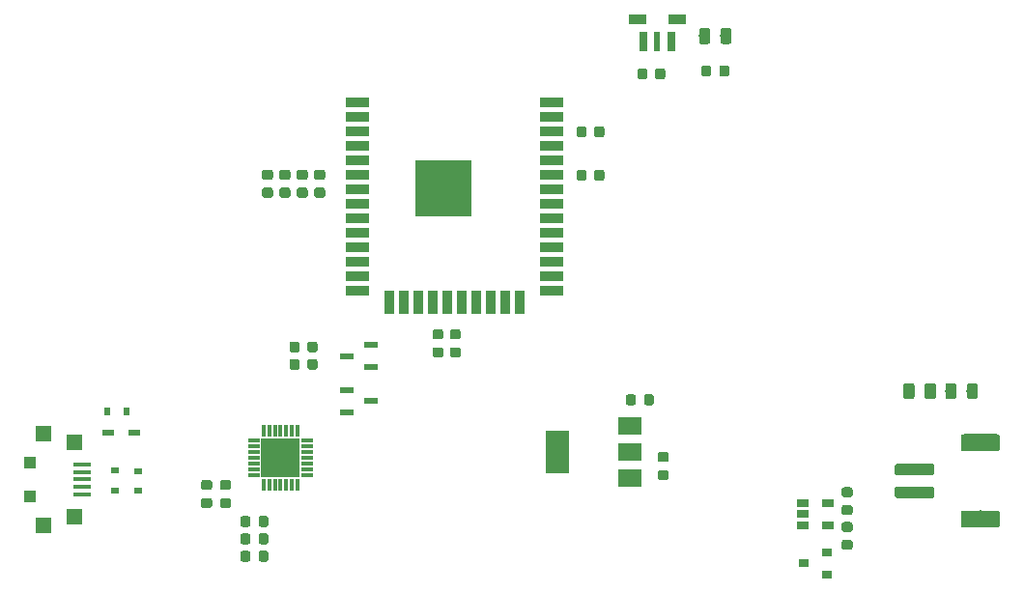
<source format=gbr>
G04 #@! TF.GenerationSoftware,KiCad,Pcbnew,(5.0.2)-1*
G04 #@! TF.CreationDate,2019-10-04T12:36:52+03:00*
G04 #@! TF.ProjectId,esp32d,65737033-3264-42e6-9b69-6361645f7063,rev?*
G04 #@! TF.SameCoordinates,Original*
G04 #@! TF.FileFunction,Paste,Top*
G04 #@! TF.FilePolarity,Positive*
%FSLAX46Y46*%
G04 Gerber Fmt 4.6, Leading zero omitted, Abs format (unit mm)*
G04 Created by KiCad (PCBNEW (5.0.2)-1) date 04.10.2019 12:36:52*
%MOMM*%
%LPD*%
G01*
G04 APERTURE LIST*
%ADD10C,0.100000*%
%ADD11C,0.975000*%
%ADD12C,0.875000*%
%ADD13R,1.075000X0.500000*%
%ADD14R,0.600000X0.800000*%
%ADD15R,0.800000X0.600000*%
%ADD16R,1.000000X0.300000*%
%ADD17R,0.300000X1.000000*%
%ADD18R,3.350000X3.350000*%
%ADD19R,1.300000X0.600000*%
%ADD20R,0.750000X1.800000*%
%ADD21R,0.600000X1.800000*%
%ADD22R,1.500000X0.900000*%
%ADD23R,2.000000X3.800000*%
%ADD24R,2.000000X1.500000*%
%ADD25R,5.000000X5.000000*%
%ADD26R,2.000000X0.900000*%
%ADD27R,0.900000X2.000000*%
%ADD28C,1.000000*%
%ADD29C,1.500000*%
%ADD30R,1.060000X0.650000*%
%ADD31R,0.900000X0.800000*%
%ADD32R,1.500000X0.400000*%
%ADD33R,1.400000X1.400000*%
%ADD34R,1.000000X1.000000*%
G04 APERTURE END LIST*
D10*
G04 #@! TO.C,D6*
G36*
X159955142Y-127571174D02*
X159978803Y-127574684D01*
X160002007Y-127580496D01*
X160024529Y-127588554D01*
X160046153Y-127598782D01*
X160066670Y-127611079D01*
X160085883Y-127625329D01*
X160103607Y-127641393D01*
X160119671Y-127659117D01*
X160133921Y-127678330D01*
X160146218Y-127698847D01*
X160156446Y-127720471D01*
X160164504Y-127742993D01*
X160170316Y-127766197D01*
X160173826Y-127789858D01*
X160175000Y-127813750D01*
X160175000Y-128726250D01*
X160173826Y-128750142D01*
X160170316Y-128773803D01*
X160164504Y-128797007D01*
X160156446Y-128819529D01*
X160146218Y-128841153D01*
X160133921Y-128861670D01*
X160119671Y-128880883D01*
X160103607Y-128898607D01*
X160085883Y-128914671D01*
X160066670Y-128928921D01*
X160046153Y-128941218D01*
X160024529Y-128951446D01*
X160002007Y-128959504D01*
X159978803Y-128965316D01*
X159955142Y-128968826D01*
X159931250Y-128970000D01*
X159443750Y-128970000D01*
X159419858Y-128968826D01*
X159396197Y-128965316D01*
X159372993Y-128959504D01*
X159350471Y-128951446D01*
X159328847Y-128941218D01*
X159308330Y-128928921D01*
X159289117Y-128914671D01*
X159271393Y-128898607D01*
X159255329Y-128880883D01*
X159241079Y-128861670D01*
X159228782Y-128841153D01*
X159218554Y-128819529D01*
X159210496Y-128797007D01*
X159204684Y-128773803D01*
X159201174Y-128750142D01*
X159200000Y-128726250D01*
X159200000Y-127813750D01*
X159201174Y-127789858D01*
X159204684Y-127766197D01*
X159210496Y-127742993D01*
X159218554Y-127720471D01*
X159228782Y-127698847D01*
X159241079Y-127678330D01*
X159255329Y-127659117D01*
X159271393Y-127641393D01*
X159289117Y-127625329D01*
X159308330Y-127611079D01*
X159328847Y-127598782D01*
X159350471Y-127588554D01*
X159372993Y-127580496D01*
X159396197Y-127574684D01*
X159419858Y-127571174D01*
X159443750Y-127570000D01*
X159931250Y-127570000D01*
X159955142Y-127571174D01*
X159955142Y-127571174D01*
G37*
D11*
X159687500Y-128270000D03*
D10*
G36*
X158080142Y-127571174D02*
X158103803Y-127574684D01*
X158127007Y-127580496D01*
X158149529Y-127588554D01*
X158171153Y-127598782D01*
X158191670Y-127611079D01*
X158210883Y-127625329D01*
X158228607Y-127641393D01*
X158244671Y-127659117D01*
X158258921Y-127678330D01*
X158271218Y-127698847D01*
X158281446Y-127720471D01*
X158289504Y-127742993D01*
X158295316Y-127766197D01*
X158298826Y-127789858D01*
X158300000Y-127813750D01*
X158300000Y-128726250D01*
X158298826Y-128750142D01*
X158295316Y-128773803D01*
X158289504Y-128797007D01*
X158281446Y-128819529D01*
X158271218Y-128841153D01*
X158258921Y-128861670D01*
X158244671Y-128880883D01*
X158228607Y-128898607D01*
X158210883Y-128914671D01*
X158191670Y-128928921D01*
X158171153Y-128941218D01*
X158149529Y-128951446D01*
X158127007Y-128959504D01*
X158103803Y-128965316D01*
X158080142Y-128968826D01*
X158056250Y-128970000D01*
X157568750Y-128970000D01*
X157544858Y-128968826D01*
X157521197Y-128965316D01*
X157497993Y-128959504D01*
X157475471Y-128951446D01*
X157453847Y-128941218D01*
X157433330Y-128928921D01*
X157414117Y-128914671D01*
X157396393Y-128898607D01*
X157380329Y-128880883D01*
X157366079Y-128861670D01*
X157353782Y-128841153D01*
X157343554Y-128819529D01*
X157335496Y-128797007D01*
X157329684Y-128773803D01*
X157326174Y-128750142D01*
X157325000Y-128726250D01*
X157325000Y-127813750D01*
X157326174Y-127789858D01*
X157329684Y-127766197D01*
X157335496Y-127742993D01*
X157343554Y-127720471D01*
X157353782Y-127698847D01*
X157366079Y-127678330D01*
X157380329Y-127659117D01*
X157396393Y-127641393D01*
X157414117Y-127625329D01*
X157433330Y-127611079D01*
X157453847Y-127598782D01*
X157475471Y-127588554D01*
X157497993Y-127580496D01*
X157521197Y-127574684D01*
X157544858Y-127571174D01*
X157568750Y-127570000D01*
X158056250Y-127570000D01*
X158080142Y-127571174D01*
X158080142Y-127571174D01*
G37*
D11*
X157812500Y-128270000D03*
G04 #@! TD*
D10*
G04 #@! TO.C,R1*
G36*
X114641191Y-122855053D02*
X114662426Y-122858203D01*
X114683250Y-122863419D01*
X114703462Y-122870651D01*
X114722868Y-122879830D01*
X114741281Y-122890866D01*
X114758524Y-122903654D01*
X114774430Y-122918070D01*
X114788846Y-122933976D01*
X114801634Y-122951219D01*
X114812670Y-122969632D01*
X114821849Y-122989038D01*
X114829081Y-123009250D01*
X114834297Y-123030074D01*
X114837447Y-123051309D01*
X114838500Y-123072750D01*
X114838500Y-123510250D01*
X114837447Y-123531691D01*
X114834297Y-123552926D01*
X114829081Y-123573750D01*
X114821849Y-123593962D01*
X114812670Y-123613368D01*
X114801634Y-123631781D01*
X114788846Y-123649024D01*
X114774430Y-123664930D01*
X114758524Y-123679346D01*
X114741281Y-123692134D01*
X114722868Y-123703170D01*
X114703462Y-123712349D01*
X114683250Y-123719581D01*
X114662426Y-123724797D01*
X114641191Y-123727947D01*
X114619750Y-123729000D01*
X114107250Y-123729000D01*
X114085809Y-123727947D01*
X114064574Y-123724797D01*
X114043750Y-123719581D01*
X114023538Y-123712349D01*
X114004132Y-123703170D01*
X113985719Y-123692134D01*
X113968476Y-123679346D01*
X113952570Y-123664930D01*
X113938154Y-123649024D01*
X113925366Y-123631781D01*
X113914330Y-123613368D01*
X113905151Y-123593962D01*
X113897919Y-123573750D01*
X113892703Y-123552926D01*
X113889553Y-123531691D01*
X113888500Y-123510250D01*
X113888500Y-123072750D01*
X113889553Y-123051309D01*
X113892703Y-123030074D01*
X113897919Y-123009250D01*
X113905151Y-122989038D01*
X113914330Y-122969632D01*
X113925366Y-122951219D01*
X113938154Y-122933976D01*
X113952570Y-122918070D01*
X113968476Y-122903654D01*
X113985719Y-122890866D01*
X114004132Y-122879830D01*
X114023538Y-122870651D01*
X114043750Y-122863419D01*
X114064574Y-122858203D01*
X114085809Y-122855053D01*
X114107250Y-122854000D01*
X114619750Y-122854000D01*
X114641191Y-122855053D01*
X114641191Y-122855053D01*
G37*
D12*
X114363500Y-123291500D03*
D10*
G36*
X114641191Y-124430053D02*
X114662426Y-124433203D01*
X114683250Y-124438419D01*
X114703462Y-124445651D01*
X114722868Y-124454830D01*
X114741281Y-124465866D01*
X114758524Y-124478654D01*
X114774430Y-124493070D01*
X114788846Y-124508976D01*
X114801634Y-124526219D01*
X114812670Y-124544632D01*
X114821849Y-124564038D01*
X114829081Y-124584250D01*
X114834297Y-124605074D01*
X114837447Y-124626309D01*
X114838500Y-124647750D01*
X114838500Y-125085250D01*
X114837447Y-125106691D01*
X114834297Y-125127926D01*
X114829081Y-125148750D01*
X114821849Y-125168962D01*
X114812670Y-125188368D01*
X114801634Y-125206781D01*
X114788846Y-125224024D01*
X114774430Y-125239930D01*
X114758524Y-125254346D01*
X114741281Y-125267134D01*
X114722868Y-125278170D01*
X114703462Y-125287349D01*
X114683250Y-125294581D01*
X114662426Y-125299797D01*
X114641191Y-125302947D01*
X114619750Y-125304000D01*
X114107250Y-125304000D01*
X114085809Y-125302947D01*
X114064574Y-125299797D01*
X114043750Y-125294581D01*
X114023538Y-125287349D01*
X114004132Y-125278170D01*
X113985719Y-125267134D01*
X113968476Y-125254346D01*
X113952570Y-125239930D01*
X113938154Y-125224024D01*
X113925366Y-125206781D01*
X113914330Y-125188368D01*
X113905151Y-125168962D01*
X113897919Y-125148750D01*
X113892703Y-125127926D01*
X113889553Y-125106691D01*
X113888500Y-125085250D01*
X113888500Y-124647750D01*
X113889553Y-124626309D01*
X113892703Y-124605074D01*
X113897919Y-124584250D01*
X113905151Y-124564038D01*
X113914330Y-124544632D01*
X113925366Y-124526219D01*
X113938154Y-124508976D01*
X113952570Y-124493070D01*
X113968476Y-124478654D01*
X113985719Y-124465866D01*
X114004132Y-124454830D01*
X114023538Y-124445651D01*
X114043750Y-124438419D01*
X114064574Y-124433203D01*
X114085809Y-124430053D01*
X114107250Y-124429000D01*
X114619750Y-124429000D01*
X114641191Y-124430053D01*
X114641191Y-124430053D01*
G37*
D12*
X114363500Y-124866500D03*
G04 #@! TD*
D10*
G04 #@! TO.C,R2*
G36*
X138187691Y-99729053D02*
X138208926Y-99732203D01*
X138229750Y-99737419D01*
X138249962Y-99744651D01*
X138269368Y-99753830D01*
X138287781Y-99764866D01*
X138305024Y-99777654D01*
X138320930Y-99792070D01*
X138335346Y-99807976D01*
X138348134Y-99825219D01*
X138359170Y-99843632D01*
X138368349Y-99863038D01*
X138375581Y-99883250D01*
X138380797Y-99904074D01*
X138383947Y-99925309D01*
X138385000Y-99946750D01*
X138385000Y-100459250D01*
X138383947Y-100480691D01*
X138380797Y-100501926D01*
X138375581Y-100522750D01*
X138368349Y-100542962D01*
X138359170Y-100562368D01*
X138348134Y-100580781D01*
X138335346Y-100598024D01*
X138320930Y-100613930D01*
X138305024Y-100628346D01*
X138287781Y-100641134D01*
X138269368Y-100652170D01*
X138249962Y-100661349D01*
X138229750Y-100668581D01*
X138208926Y-100673797D01*
X138187691Y-100676947D01*
X138166250Y-100678000D01*
X137728750Y-100678000D01*
X137707309Y-100676947D01*
X137686074Y-100673797D01*
X137665250Y-100668581D01*
X137645038Y-100661349D01*
X137625632Y-100652170D01*
X137607219Y-100641134D01*
X137589976Y-100628346D01*
X137574070Y-100613930D01*
X137559654Y-100598024D01*
X137546866Y-100580781D01*
X137535830Y-100562368D01*
X137526651Y-100542962D01*
X137519419Y-100522750D01*
X137514203Y-100501926D01*
X137511053Y-100480691D01*
X137510000Y-100459250D01*
X137510000Y-99946750D01*
X137511053Y-99925309D01*
X137514203Y-99904074D01*
X137519419Y-99883250D01*
X137526651Y-99863038D01*
X137535830Y-99843632D01*
X137546866Y-99825219D01*
X137559654Y-99807976D01*
X137574070Y-99792070D01*
X137589976Y-99777654D01*
X137607219Y-99764866D01*
X137625632Y-99753830D01*
X137645038Y-99744651D01*
X137665250Y-99737419D01*
X137686074Y-99732203D01*
X137707309Y-99729053D01*
X137728750Y-99728000D01*
X138166250Y-99728000D01*
X138187691Y-99729053D01*
X138187691Y-99729053D01*
G37*
D12*
X137947500Y-100203000D03*
D10*
G36*
X136612691Y-99729053D02*
X136633926Y-99732203D01*
X136654750Y-99737419D01*
X136674962Y-99744651D01*
X136694368Y-99753830D01*
X136712781Y-99764866D01*
X136730024Y-99777654D01*
X136745930Y-99792070D01*
X136760346Y-99807976D01*
X136773134Y-99825219D01*
X136784170Y-99843632D01*
X136793349Y-99863038D01*
X136800581Y-99883250D01*
X136805797Y-99904074D01*
X136808947Y-99925309D01*
X136810000Y-99946750D01*
X136810000Y-100459250D01*
X136808947Y-100480691D01*
X136805797Y-100501926D01*
X136800581Y-100522750D01*
X136793349Y-100542962D01*
X136784170Y-100562368D01*
X136773134Y-100580781D01*
X136760346Y-100598024D01*
X136745930Y-100613930D01*
X136730024Y-100628346D01*
X136712781Y-100641134D01*
X136694368Y-100652170D01*
X136674962Y-100661349D01*
X136654750Y-100668581D01*
X136633926Y-100673797D01*
X136612691Y-100676947D01*
X136591250Y-100678000D01*
X136153750Y-100678000D01*
X136132309Y-100676947D01*
X136111074Y-100673797D01*
X136090250Y-100668581D01*
X136070038Y-100661349D01*
X136050632Y-100652170D01*
X136032219Y-100641134D01*
X136014976Y-100628346D01*
X135999070Y-100613930D01*
X135984654Y-100598024D01*
X135971866Y-100580781D01*
X135960830Y-100562368D01*
X135951651Y-100542962D01*
X135944419Y-100522750D01*
X135939203Y-100501926D01*
X135936053Y-100480691D01*
X135935000Y-100459250D01*
X135935000Y-99946750D01*
X135936053Y-99925309D01*
X135939203Y-99904074D01*
X135944419Y-99883250D01*
X135951651Y-99863038D01*
X135960830Y-99843632D01*
X135971866Y-99825219D01*
X135984654Y-99807976D01*
X135999070Y-99792070D01*
X136014976Y-99777654D01*
X136032219Y-99764866D01*
X136050632Y-99753830D01*
X136070038Y-99744651D01*
X136090250Y-99737419D01*
X136111074Y-99732203D01*
X136132309Y-99729053D01*
X136153750Y-99728000D01*
X136591250Y-99728000D01*
X136612691Y-99729053D01*
X136612691Y-99729053D01*
G37*
D12*
X136372500Y-100203000D03*
G04 #@! TD*
D10*
G04 #@! TO.C,C1*
G36*
X98194691Y-108859553D02*
X98215926Y-108862703D01*
X98236750Y-108867919D01*
X98256962Y-108875151D01*
X98276368Y-108884330D01*
X98294781Y-108895366D01*
X98312024Y-108908154D01*
X98327930Y-108922570D01*
X98342346Y-108938476D01*
X98355134Y-108955719D01*
X98366170Y-108974132D01*
X98375349Y-108993538D01*
X98382581Y-109013750D01*
X98387797Y-109034574D01*
X98390947Y-109055809D01*
X98392000Y-109077250D01*
X98392000Y-109514750D01*
X98390947Y-109536191D01*
X98387797Y-109557426D01*
X98382581Y-109578250D01*
X98375349Y-109598462D01*
X98366170Y-109617868D01*
X98355134Y-109636281D01*
X98342346Y-109653524D01*
X98327930Y-109669430D01*
X98312024Y-109683846D01*
X98294781Y-109696634D01*
X98276368Y-109707670D01*
X98256962Y-109716849D01*
X98236750Y-109724081D01*
X98215926Y-109729297D01*
X98194691Y-109732447D01*
X98173250Y-109733500D01*
X97660750Y-109733500D01*
X97639309Y-109732447D01*
X97618074Y-109729297D01*
X97597250Y-109724081D01*
X97577038Y-109716849D01*
X97557632Y-109707670D01*
X97539219Y-109696634D01*
X97521976Y-109683846D01*
X97506070Y-109669430D01*
X97491654Y-109653524D01*
X97478866Y-109636281D01*
X97467830Y-109617868D01*
X97458651Y-109598462D01*
X97451419Y-109578250D01*
X97446203Y-109557426D01*
X97443053Y-109536191D01*
X97442000Y-109514750D01*
X97442000Y-109077250D01*
X97443053Y-109055809D01*
X97446203Y-109034574D01*
X97451419Y-109013750D01*
X97458651Y-108993538D01*
X97467830Y-108974132D01*
X97478866Y-108955719D01*
X97491654Y-108938476D01*
X97506070Y-108922570D01*
X97521976Y-108908154D01*
X97539219Y-108895366D01*
X97557632Y-108884330D01*
X97577038Y-108875151D01*
X97597250Y-108867919D01*
X97618074Y-108862703D01*
X97639309Y-108859553D01*
X97660750Y-108858500D01*
X98173250Y-108858500D01*
X98194691Y-108859553D01*
X98194691Y-108859553D01*
G37*
D12*
X97917000Y-109296000D03*
D10*
G36*
X98194691Y-110434553D02*
X98215926Y-110437703D01*
X98236750Y-110442919D01*
X98256962Y-110450151D01*
X98276368Y-110459330D01*
X98294781Y-110470366D01*
X98312024Y-110483154D01*
X98327930Y-110497570D01*
X98342346Y-110513476D01*
X98355134Y-110530719D01*
X98366170Y-110549132D01*
X98375349Y-110568538D01*
X98382581Y-110588750D01*
X98387797Y-110609574D01*
X98390947Y-110630809D01*
X98392000Y-110652250D01*
X98392000Y-111089750D01*
X98390947Y-111111191D01*
X98387797Y-111132426D01*
X98382581Y-111153250D01*
X98375349Y-111173462D01*
X98366170Y-111192868D01*
X98355134Y-111211281D01*
X98342346Y-111228524D01*
X98327930Y-111244430D01*
X98312024Y-111258846D01*
X98294781Y-111271634D01*
X98276368Y-111282670D01*
X98256962Y-111291849D01*
X98236750Y-111299081D01*
X98215926Y-111304297D01*
X98194691Y-111307447D01*
X98173250Y-111308500D01*
X97660750Y-111308500D01*
X97639309Y-111307447D01*
X97618074Y-111304297D01*
X97597250Y-111299081D01*
X97577038Y-111291849D01*
X97557632Y-111282670D01*
X97539219Y-111271634D01*
X97521976Y-111258846D01*
X97506070Y-111244430D01*
X97491654Y-111228524D01*
X97478866Y-111211281D01*
X97467830Y-111192868D01*
X97458651Y-111173462D01*
X97451419Y-111153250D01*
X97446203Y-111132426D01*
X97443053Y-111111191D01*
X97442000Y-111089750D01*
X97442000Y-110652250D01*
X97443053Y-110630809D01*
X97446203Y-110609574D01*
X97451419Y-110588750D01*
X97458651Y-110568538D01*
X97467830Y-110549132D01*
X97478866Y-110530719D01*
X97491654Y-110513476D01*
X97506070Y-110497570D01*
X97521976Y-110483154D01*
X97539219Y-110470366D01*
X97557632Y-110459330D01*
X97577038Y-110450151D01*
X97597250Y-110442919D01*
X97618074Y-110437703D01*
X97639309Y-110434553D01*
X97660750Y-110433500D01*
X98173250Y-110433500D01*
X98194691Y-110434553D01*
X98194691Y-110434553D01*
G37*
D12*
X97917000Y-110871000D03*
G04 #@! TD*
D10*
G04 #@! TO.C,C2*
G36*
X99718691Y-108859553D02*
X99739926Y-108862703D01*
X99760750Y-108867919D01*
X99780962Y-108875151D01*
X99800368Y-108884330D01*
X99818781Y-108895366D01*
X99836024Y-108908154D01*
X99851930Y-108922570D01*
X99866346Y-108938476D01*
X99879134Y-108955719D01*
X99890170Y-108974132D01*
X99899349Y-108993538D01*
X99906581Y-109013750D01*
X99911797Y-109034574D01*
X99914947Y-109055809D01*
X99916000Y-109077250D01*
X99916000Y-109514750D01*
X99914947Y-109536191D01*
X99911797Y-109557426D01*
X99906581Y-109578250D01*
X99899349Y-109598462D01*
X99890170Y-109617868D01*
X99879134Y-109636281D01*
X99866346Y-109653524D01*
X99851930Y-109669430D01*
X99836024Y-109683846D01*
X99818781Y-109696634D01*
X99800368Y-109707670D01*
X99780962Y-109716849D01*
X99760750Y-109724081D01*
X99739926Y-109729297D01*
X99718691Y-109732447D01*
X99697250Y-109733500D01*
X99184750Y-109733500D01*
X99163309Y-109732447D01*
X99142074Y-109729297D01*
X99121250Y-109724081D01*
X99101038Y-109716849D01*
X99081632Y-109707670D01*
X99063219Y-109696634D01*
X99045976Y-109683846D01*
X99030070Y-109669430D01*
X99015654Y-109653524D01*
X99002866Y-109636281D01*
X98991830Y-109617868D01*
X98982651Y-109598462D01*
X98975419Y-109578250D01*
X98970203Y-109557426D01*
X98967053Y-109536191D01*
X98966000Y-109514750D01*
X98966000Y-109077250D01*
X98967053Y-109055809D01*
X98970203Y-109034574D01*
X98975419Y-109013750D01*
X98982651Y-108993538D01*
X98991830Y-108974132D01*
X99002866Y-108955719D01*
X99015654Y-108938476D01*
X99030070Y-108922570D01*
X99045976Y-108908154D01*
X99063219Y-108895366D01*
X99081632Y-108884330D01*
X99101038Y-108875151D01*
X99121250Y-108867919D01*
X99142074Y-108862703D01*
X99163309Y-108859553D01*
X99184750Y-108858500D01*
X99697250Y-108858500D01*
X99718691Y-108859553D01*
X99718691Y-108859553D01*
G37*
D12*
X99441000Y-109296000D03*
D10*
G36*
X99718691Y-110434553D02*
X99739926Y-110437703D01*
X99760750Y-110442919D01*
X99780962Y-110450151D01*
X99800368Y-110459330D01*
X99818781Y-110470366D01*
X99836024Y-110483154D01*
X99851930Y-110497570D01*
X99866346Y-110513476D01*
X99879134Y-110530719D01*
X99890170Y-110549132D01*
X99899349Y-110568538D01*
X99906581Y-110588750D01*
X99911797Y-110609574D01*
X99914947Y-110630809D01*
X99916000Y-110652250D01*
X99916000Y-111089750D01*
X99914947Y-111111191D01*
X99911797Y-111132426D01*
X99906581Y-111153250D01*
X99899349Y-111173462D01*
X99890170Y-111192868D01*
X99879134Y-111211281D01*
X99866346Y-111228524D01*
X99851930Y-111244430D01*
X99836024Y-111258846D01*
X99818781Y-111271634D01*
X99800368Y-111282670D01*
X99780962Y-111291849D01*
X99760750Y-111299081D01*
X99739926Y-111304297D01*
X99718691Y-111307447D01*
X99697250Y-111308500D01*
X99184750Y-111308500D01*
X99163309Y-111307447D01*
X99142074Y-111304297D01*
X99121250Y-111299081D01*
X99101038Y-111291849D01*
X99081632Y-111282670D01*
X99063219Y-111271634D01*
X99045976Y-111258846D01*
X99030070Y-111244430D01*
X99015654Y-111228524D01*
X99002866Y-111211281D01*
X98991830Y-111192868D01*
X98982651Y-111173462D01*
X98975419Y-111153250D01*
X98970203Y-111132426D01*
X98967053Y-111111191D01*
X98966000Y-111089750D01*
X98966000Y-110652250D01*
X98967053Y-110630809D01*
X98970203Y-110609574D01*
X98975419Y-110588750D01*
X98982651Y-110568538D01*
X98991830Y-110549132D01*
X99002866Y-110530719D01*
X99015654Y-110513476D01*
X99030070Y-110497570D01*
X99045976Y-110483154D01*
X99063219Y-110470366D01*
X99081632Y-110459330D01*
X99101038Y-110450151D01*
X99121250Y-110442919D01*
X99142074Y-110437703D01*
X99163309Y-110434553D01*
X99184750Y-110433500D01*
X99697250Y-110433500D01*
X99718691Y-110434553D01*
X99718691Y-110434553D01*
G37*
D12*
X99441000Y-110871000D03*
G04 #@! TD*
D10*
G04 #@! TO.C,C3*
G36*
X113117191Y-122855053D02*
X113138426Y-122858203D01*
X113159250Y-122863419D01*
X113179462Y-122870651D01*
X113198868Y-122879830D01*
X113217281Y-122890866D01*
X113234524Y-122903654D01*
X113250430Y-122918070D01*
X113264846Y-122933976D01*
X113277634Y-122951219D01*
X113288670Y-122969632D01*
X113297849Y-122989038D01*
X113305081Y-123009250D01*
X113310297Y-123030074D01*
X113313447Y-123051309D01*
X113314500Y-123072750D01*
X113314500Y-123510250D01*
X113313447Y-123531691D01*
X113310297Y-123552926D01*
X113305081Y-123573750D01*
X113297849Y-123593962D01*
X113288670Y-123613368D01*
X113277634Y-123631781D01*
X113264846Y-123649024D01*
X113250430Y-123664930D01*
X113234524Y-123679346D01*
X113217281Y-123692134D01*
X113198868Y-123703170D01*
X113179462Y-123712349D01*
X113159250Y-123719581D01*
X113138426Y-123724797D01*
X113117191Y-123727947D01*
X113095750Y-123729000D01*
X112583250Y-123729000D01*
X112561809Y-123727947D01*
X112540574Y-123724797D01*
X112519750Y-123719581D01*
X112499538Y-123712349D01*
X112480132Y-123703170D01*
X112461719Y-123692134D01*
X112444476Y-123679346D01*
X112428570Y-123664930D01*
X112414154Y-123649024D01*
X112401366Y-123631781D01*
X112390330Y-123613368D01*
X112381151Y-123593962D01*
X112373919Y-123573750D01*
X112368703Y-123552926D01*
X112365553Y-123531691D01*
X112364500Y-123510250D01*
X112364500Y-123072750D01*
X112365553Y-123051309D01*
X112368703Y-123030074D01*
X112373919Y-123009250D01*
X112381151Y-122989038D01*
X112390330Y-122969632D01*
X112401366Y-122951219D01*
X112414154Y-122933976D01*
X112428570Y-122918070D01*
X112444476Y-122903654D01*
X112461719Y-122890866D01*
X112480132Y-122879830D01*
X112499538Y-122870651D01*
X112519750Y-122863419D01*
X112540574Y-122858203D01*
X112561809Y-122855053D01*
X112583250Y-122854000D01*
X113095750Y-122854000D01*
X113117191Y-122855053D01*
X113117191Y-122855053D01*
G37*
D12*
X112839500Y-123291500D03*
D10*
G36*
X113117191Y-124430053D02*
X113138426Y-124433203D01*
X113159250Y-124438419D01*
X113179462Y-124445651D01*
X113198868Y-124454830D01*
X113217281Y-124465866D01*
X113234524Y-124478654D01*
X113250430Y-124493070D01*
X113264846Y-124508976D01*
X113277634Y-124526219D01*
X113288670Y-124544632D01*
X113297849Y-124564038D01*
X113305081Y-124584250D01*
X113310297Y-124605074D01*
X113313447Y-124626309D01*
X113314500Y-124647750D01*
X113314500Y-125085250D01*
X113313447Y-125106691D01*
X113310297Y-125127926D01*
X113305081Y-125148750D01*
X113297849Y-125168962D01*
X113288670Y-125188368D01*
X113277634Y-125206781D01*
X113264846Y-125224024D01*
X113250430Y-125239930D01*
X113234524Y-125254346D01*
X113217281Y-125267134D01*
X113198868Y-125278170D01*
X113179462Y-125287349D01*
X113159250Y-125294581D01*
X113138426Y-125299797D01*
X113117191Y-125302947D01*
X113095750Y-125304000D01*
X112583250Y-125304000D01*
X112561809Y-125302947D01*
X112540574Y-125299797D01*
X112519750Y-125294581D01*
X112499538Y-125287349D01*
X112480132Y-125278170D01*
X112461719Y-125267134D01*
X112444476Y-125254346D01*
X112428570Y-125239930D01*
X112414154Y-125224024D01*
X112401366Y-125206781D01*
X112390330Y-125188368D01*
X112381151Y-125168962D01*
X112373919Y-125148750D01*
X112368703Y-125127926D01*
X112365553Y-125106691D01*
X112364500Y-125085250D01*
X112364500Y-124647750D01*
X112365553Y-124626309D01*
X112368703Y-124605074D01*
X112373919Y-124584250D01*
X112381151Y-124564038D01*
X112390330Y-124544632D01*
X112401366Y-124526219D01*
X112414154Y-124508976D01*
X112428570Y-124493070D01*
X112444476Y-124478654D01*
X112461719Y-124465866D01*
X112480132Y-124454830D01*
X112499538Y-124445651D01*
X112519750Y-124438419D01*
X112540574Y-124433203D01*
X112561809Y-124430053D01*
X112583250Y-124429000D01*
X113095750Y-124429000D01*
X113117191Y-124430053D01*
X113117191Y-124430053D01*
G37*
D12*
X112839500Y-124866500D03*
G04 #@! TD*
D10*
G04 #@! TO.C,C4*
G36*
X131583691Y-128558053D02*
X131604926Y-128561203D01*
X131625750Y-128566419D01*
X131645962Y-128573651D01*
X131665368Y-128582830D01*
X131683781Y-128593866D01*
X131701024Y-128606654D01*
X131716930Y-128621070D01*
X131731346Y-128636976D01*
X131744134Y-128654219D01*
X131755170Y-128672632D01*
X131764349Y-128692038D01*
X131771581Y-128712250D01*
X131776797Y-128733074D01*
X131779947Y-128754309D01*
X131781000Y-128775750D01*
X131781000Y-129288250D01*
X131779947Y-129309691D01*
X131776797Y-129330926D01*
X131771581Y-129351750D01*
X131764349Y-129371962D01*
X131755170Y-129391368D01*
X131744134Y-129409781D01*
X131731346Y-129427024D01*
X131716930Y-129442930D01*
X131701024Y-129457346D01*
X131683781Y-129470134D01*
X131665368Y-129481170D01*
X131645962Y-129490349D01*
X131625750Y-129497581D01*
X131604926Y-129502797D01*
X131583691Y-129505947D01*
X131562250Y-129507000D01*
X131124750Y-129507000D01*
X131103309Y-129505947D01*
X131082074Y-129502797D01*
X131061250Y-129497581D01*
X131041038Y-129490349D01*
X131021632Y-129481170D01*
X131003219Y-129470134D01*
X130985976Y-129457346D01*
X130970070Y-129442930D01*
X130955654Y-129427024D01*
X130942866Y-129409781D01*
X130931830Y-129391368D01*
X130922651Y-129371962D01*
X130915419Y-129351750D01*
X130910203Y-129330926D01*
X130907053Y-129309691D01*
X130906000Y-129288250D01*
X130906000Y-128775750D01*
X130907053Y-128754309D01*
X130910203Y-128733074D01*
X130915419Y-128712250D01*
X130922651Y-128692038D01*
X130931830Y-128672632D01*
X130942866Y-128654219D01*
X130955654Y-128636976D01*
X130970070Y-128621070D01*
X130985976Y-128606654D01*
X131003219Y-128593866D01*
X131021632Y-128582830D01*
X131041038Y-128573651D01*
X131061250Y-128566419D01*
X131082074Y-128561203D01*
X131103309Y-128558053D01*
X131124750Y-128557000D01*
X131562250Y-128557000D01*
X131583691Y-128558053D01*
X131583691Y-128558053D01*
G37*
D12*
X131343500Y-129032000D03*
D10*
G36*
X130008691Y-128558053D02*
X130029926Y-128561203D01*
X130050750Y-128566419D01*
X130070962Y-128573651D01*
X130090368Y-128582830D01*
X130108781Y-128593866D01*
X130126024Y-128606654D01*
X130141930Y-128621070D01*
X130156346Y-128636976D01*
X130169134Y-128654219D01*
X130180170Y-128672632D01*
X130189349Y-128692038D01*
X130196581Y-128712250D01*
X130201797Y-128733074D01*
X130204947Y-128754309D01*
X130206000Y-128775750D01*
X130206000Y-129288250D01*
X130204947Y-129309691D01*
X130201797Y-129330926D01*
X130196581Y-129351750D01*
X130189349Y-129371962D01*
X130180170Y-129391368D01*
X130169134Y-129409781D01*
X130156346Y-129427024D01*
X130141930Y-129442930D01*
X130126024Y-129457346D01*
X130108781Y-129470134D01*
X130090368Y-129481170D01*
X130070962Y-129490349D01*
X130050750Y-129497581D01*
X130029926Y-129502797D01*
X130008691Y-129505947D01*
X129987250Y-129507000D01*
X129549750Y-129507000D01*
X129528309Y-129505947D01*
X129507074Y-129502797D01*
X129486250Y-129497581D01*
X129466038Y-129490349D01*
X129446632Y-129481170D01*
X129428219Y-129470134D01*
X129410976Y-129457346D01*
X129395070Y-129442930D01*
X129380654Y-129427024D01*
X129367866Y-129409781D01*
X129356830Y-129391368D01*
X129347651Y-129371962D01*
X129340419Y-129351750D01*
X129335203Y-129330926D01*
X129332053Y-129309691D01*
X129331000Y-129288250D01*
X129331000Y-128775750D01*
X129332053Y-128754309D01*
X129335203Y-128733074D01*
X129340419Y-128712250D01*
X129347651Y-128692038D01*
X129356830Y-128672632D01*
X129367866Y-128654219D01*
X129380654Y-128636976D01*
X129395070Y-128621070D01*
X129410976Y-128606654D01*
X129428219Y-128593866D01*
X129446632Y-128582830D01*
X129466038Y-128573651D01*
X129486250Y-128566419D01*
X129507074Y-128561203D01*
X129528309Y-128558053D01*
X129549750Y-128557000D01*
X129987250Y-128557000D01*
X130008691Y-128558053D01*
X130008691Y-128558053D01*
G37*
D12*
X129768500Y-129032000D03*
G04 #@! TD*
D10*
G04 #@! TO.C,C5*
G36*
X132865691Y-133624553D02*
X132886926Y-133627703D01*
X132907750Y-133632919D01*
X132927962Y-133640151D01*
X132947368Y-133649330D01*
X132965781Y-133660366D01*
X132983024Y-133673154D01*
X132998930Y-133687570D01*
X133013346Y-133703476D01*
X133026134Y-133720719D01*
X133037170Y-133739132D01*
X133046349Y-133758538D01*
X133053581Y-133778750D01*
X133058797Y-133799574D01*
X133061947Y-133820809D01*
X133063000Y-133842250D01*
X133063000Y-134279750D01*
X133061947Y-134301191D01*
X133058797Y-134322426D01*
X133053581Y-134343250D01*
X133046349Y-134363462D01*
X133037170Y-134382868D01*
X133026134Y-134401281D01*
X133013346Y-134418524D01*
X132998930Y-134434430D01*
X132983024Y-134448846D01*
X132965781Y-134461634D01*
X132947368Y-134472670D01*
X132927962Y-134481849D01*
X132907750Y-134489081D01*
X132886926Y-134494297D01*
X132865691Y-134497447D01*
X132844250Y-134498500D01*
X132331750Y-134498500D01*
X132310309Y-134497447D01*
X132289074Y-134494297D01*
X132268250Y-134489081D01*
X132248038Y-134481849D01*
X132228632Y-134472670D01*
X132210219Y-134461634D01*
X132192976Y-134448846D01*
X132177070Y-134434430D01*
X132162654Y-134418524D01*
X132149866Y-134401281D01*
X132138830Y-134382868D01*
X132129651Y-134363462D01*
X132122419Y-134343250D01*
X132117203Y-134322426D01*
X132114053Y-134301191D01*
X132113000Y-134279750D01*
X132113000Y-133842250D01*
X132114053Y-133820809D01*
X132117203Y-133799574D01*
X132122419Y-133778750D01*
X132129651Y-133758538D01*
X132138830Y-133739132D01*
X132149866Y-133720719D01*
X132162654Y-133703476D01*
X132177070Y-133687570D01*
X132192976Y-133673154D01*
X132210219Y-133660366D01*
X132228632Y-133649330D01*
X132248038Y-133640151D01*
X132268250Y-133632919D01*
X132289074Y-133627703D01*
X132310309Y-133624553D01*
X132331750Y-133623500D01*
X132844250Y-133623500D01*
X132865691Y-133624553D01*
X132865691Y-133624553D01*
G37*
D12*
X132588000Y-134061000D03*
D10*
G36*
X132865691Y-135199553D02*
X132886926Y-135202703D01*
X132907750Y-135207919D01*
X132927962Y-135215151D01*
X132947368Y-135224330D01*
X132965781Y-135235366D01*
X132983024Y-135248154D01*
X132998930Y-135262570D01*
X133013346Y-135278476D01*
X133026134Y-135295719D01*
X133037170Y-135314132D01*
X133046349Y-135333538D01*
X133053581Y-135353750D01*
X133058797Y-135374574D01*
X133061947Y-135395809D01*
X133063000Y-135417250D01*
X133063000Y-135854750D01*
X133061947Y-135876191D01*
X133058797Y-135897426D01*
X133053581Y-135918250D01*
X133046349Y-135938462D01*
X133037170Y-135957868D01*
X133026134Y-135976281D01*
X133013346Y-135993524D01*
X132998930Y-136009430D01*
X132983024Y-136023846D01*
X132965781Y-136036634D01*
X132947368Y-136047670D01*
X132927962Y-136056849D01*
X132907750Y-136064081D01*
X132886926Y-136069297D01*
X132865691Y-136072447D01*
X132844250Y-136073500D01*
X132331750Y-136073500D01*
X132310309Y-136072447D01*
X132289074Y-136069297D01*
X132268250Y-136064081D01*
X132248038Y-136056849D01*
X132228632Y-136047670D01*
X132210219Y-136036634D01*
X132192976Y-136023846D01*
X132177070Y-136009430D01*
X132162654Y-135993524D01*
X132149866Y-135976281D01*
X132138830Y-135957868D01*
X132129651Y-135938462D01*
X132122419Y-135918250D01*
X132117203Y-135897426D01*
X132114053Y-135876191D01*
X132113000Y-135854750D01*
X132113000Y-135417250D01*
X132114053Y-135395809D01*
X132117203Y-135374574D01*
X132122419Y-135353750D01*
X132129651Y-135333538D01*
X132138830Y-135314132D01*
X132149866Y-135295719D01*
X132162654Y-135278476D01*
X132177070Y-135262570D01*
X132192976Y-135248154D01*
X132210219Y-135235366D01*
X132228632Y-135224330D01*
X132248038Y-135215151D01*
X132268250Y-135207919D01*
X132289074Y-135202703D01*
X132310309Y-135199553D01*
X132331750Y-135198500D01*
X132844250Y-135198500D01*
X132865691Y-135199553D01*
X132865691Y-135199553D01*
G37*
D12*
X132588000Y-135636000D03*
G04 #@! TD*
D10*
G04 #@! TO.C,C6*
G36*
X130999191Y-99983053D02*
X131020426Y-99986203D01*
X131041250Y-99991419D01*
X131061462Y-99998651D01*
X131080868Y-100007830D01*
X131099281Y-100018866D01*
X131116524Y-100031654D01*
X131132430Y-100046070D01*
X131146846Y-100061976D01*
X131159634Y-100079219D01*
X131170670Y-100097632D01*
X131179849Y-100117038D01*
X131187081Y-100137250D01*
X131192297Y-100158074D01*
X131195447Y-100179309D01*
X131196500Y-100200750D01*
X131196500Y-100713250D01*
X131195447Y-100734691D01*
X131192297Y-100755926D01*
X131187081Y-100776750D01*
X131179849Y-100796962D01*
X131170670Y-100816368D01*
X131159634Y-100834781D01*
X131146846Y-100852024D01*
X131132430Y-100867930D01*
X131116524Y-100882346D01*
X131099281Y-100895134D01*
X131080868Y-100906170D01*
X131061462Y-100915349D01*
X131041250Y-100922581D01*
X131020426Y-100927797D01*
X130999191Y-100930947D01*
X130977750Y-100932000D01*
X130540250Y-100932000D01*
X130518809Y-100930947D01*
X130497574Y-100927797D01*
X130476750Y-100922581D01*
X130456538Y-100915349D01*
X130437132Y-100906170D01*
X130418719Y-100895134D01*
X130401476Y-100882346D01*
X130385570Y-100867930D01*
X130371154Y-100852024D01*
X130358366Y-100834781D01*
X130347330Y-100816368D01*
X130338151Y-100796962D01*
X130330919Y-100776750D01*
X130325703Y-100755926D01*
X130322553Y-100734691D01*
X130321500Y-100713250D01*
X130321500Y-100200750D01*
X130322553Y-100179309D01*
X130325703Y-100158074D01*
X130330919Y-100137250D01*
X130338151Y-100117038D01*
X130347330Y-100097632D01*
X130358366Y-100079219D01*
X130371154Y-100061976D01*
X130385570Y-100046070D01*
X130401476Y-100031654D01*
X130418719Y-100018866D01*
X130437132Y-100007830D01*
X130456538Y-99998651D01*
X130476750Y-99991419D01*
X130497574Y-99986203D01*
X130518809Y-99983053D01*
X130540250Y-99982000D01*
X130977750Y-99982000D01*
X130999191Y-99983053D01*
X130999191Y-99983053D01*
G37*
D12*
X130759000Y-100457000D03*
D10*
G36*
X132574191Y-99983053D02*
X132595426Y-99986203D01*
X132616250Y-99991419D01*
X132636462Y-99998651D01*
X132655868Y-100007830D01*
X132674281Y-100018866D01*
X132691524Y-100031654D01*
X132707430Y-100046070D01*
X132721846Y-100061976D01*
X132734634Y-100079219D01*
X132745670Y-100097632D01*
X132754849Y-100117038D01*
X132762081Y-100137250D01*
X132767297Y-100158074D01*
X132770447Y-100179309D01*
X132771500Y-100200750D01*
X132771500Y-100713250D01*
X132770447Y-100734691D01*
X132767297Y-100755926D01*
X132762081Y-100776750D01*
X132754849Y-100796962D01*
X132745670Y-100816368D01*
X132734634Y-100834781D01*
X132721846Y-100852024D01*
X132707430Y-100867930D01*
X132691524Y-100882346D01*
X132674281Y-100895134D01*
X132655868Y-100906170D01*
X132636462Y-100915349D01*
X132616250Y-100922581D01*
X132595426Y-100927797D01*
X132574191Y-100930947D01*
X132552750Y-100932000D01*
X132115250Y-100932000D01*
X132093809Y-100930947D01*
X132072574Y-100927797D01*
X132051750Y-100922581D01*
X132031538Y-100915349D01*
X132012132Y-100906170D01*
X131993719Y-100895134D01*
X131976476Y-100882346D01*
X131960570Y-100867930D01*
X131946154Y-100852024D01*
X131933366Y-100834781D01*
X131922330Y-100816368D01*
X131913151Y-100796962D01*
X131905919Y-100776750D01*
X131900703Y-100755926D01*
X131897553Y-100734691D01*
X131896500Y-100713250D01*
X131896500Y-100200750D01*
X131897553Y-100179309D01*
X131900703Y-100158074D01*
X131905919Y-100137250D01*
X131913151Y-100117038D01*
X131922330Y-100097632D01*
X131933366Y-100079219D01*
X131946154Y-100061976D01*
X131960570Y-100046070D01*
X131976476Y-100031654D01*
X131993719Y-100018866D01*
X132012132Y-100007830D01*
X132031538Y-99998651D01*
X132051750Y-99991419D01*
X132072574Y-99986203D01*
X132093809Y-99983053D01*
X132115250Y-99982000D01*
X132552750Y-99982000D01*
X132574191Y-99983053D01*
X132574191Y-99983053D01*
G37*
D12*
X132334000Y-100457000D03*
G04 #@! TD*
D10*
G04 #@! TO.C,C7*
G36*
X94511691Y-137638053D02*
X94532926Y-137641203D01*
X94553750Y-137646419D01*
X94573962Y-137653651D01*
X94593368Y-137662830D01*
X94611781Y-137673866D01*
X94629024Y-137686654D01*
X94644930Y-137701070D01*
X94659346Y-137716976D01*
X94672134Y-137734219D01*
X94683170Y-137752632D01*
X94692349Y-137772038D01*
X94699581Y-137792250D01*
X94704797Y-137813074D01*
X94707947Y-137834309D01*
X94709000Y-137855750D01*
X94709000Y-138293250D01*
X94707947Y-138314691D01*
X94704797Y-138335926D01*
X94699581Y-138356750D01*
X94692349Y-138376962D01*
X94683170Y-138396368D01*
X94672134Y-138414781D01*
X94659346Y-138432024D01*
X94644930Y-138447930D01*
X94629024Y-138462346D01*
X94611781Y-138475134D01*
X94593368Y-138486170D01*
X94573962Y-138495349D01*
X94553750Y-138502581D01*
X94532926Y-138507797D01*
X94511691Y-138510947D01*
X94490250Y-138512000D01*
X93977750Y-138512000D01*
X93956309Y-138510947D01*
X93935074Y-138507797D01*
X93914250Y-138502581D01*
X93894038Y-138495349D01*
X93874632Y-138486170D01*
X93856219Y-138475134D01*
X93838976Y-138462346D01*
X93823070Y-138447930D01*
X93808654Y-138432024D01*
X93795866Y-138414781D01*
X93784830Y-138396368D01*
X93775651Y-138376962D01*
X93768419Y-138356750D01*
X93763203Y-138335926D01*
X93760053Y-138314691D01*
X93759000Y-138293250D01*
X93759000Y-137855750D01*
X93760053Y-137834309D01*
X93763203Y-137813074D01*
X93768419Y-137792250D01*
X93775651Y-137772038D01*
X93784830Y-137752632D01*
X93795866Y-137734219D01*
X93808654Y-137716976D01*
X93823070Y-137701070D01*
X93838976Y-137686654D01*
X93856219Y-137673866D01*
X93874632Y-137662830D01*
X93894038Y-137653651D01*
X93914250Y-137646419D01*
X93935074Y-137641203D01*
X93956309Y-137638053D01*
X93977750Y-137637000D01*
X94490250Y-137637000D01*
X94511691Y-137638053D01*
X94511691Y-137638053D01*
G37*
D12*
X94234000Y-138074500D03*
D10*
G36*
X94511691Y-136063053D02*
X94532926Y-136066203D01*
X94553750Y-136071419D01*
X94573962Y-136078651D01*
X94593368Y-136087830D01*
X94611781Y-136098866D01*
X94629024Y-136111654D01*
X94644930Y-136126070D01*
X94659346Y-136141976D01*
X94672134Y-136159219D01*
X94683170Y-136177632D01*
X94692349Y-136197038D01*
X94699581Y-136217250D01*
X94704797Y-136238074D01*
X94707947Y-136259309D01*
X94709000Y-136280750D01*
X94709000Y-136718250D01*
X94707947Y-136739691D01*
X94704797Y-136760926D01*
X94699581Y-136781750D01*
X94692349Y-136801962D01*
X94683170Y-136821368D01*
X94672134Y-136839781D01*
X94659346Y-136857024D01*
X94644930Y-136872930D01*
X94629024Y-136887346D01*
X94611781Y-136900134D01*
X94593368Y-136911170D01*
X94573962Y-136920349D01*
X94553750Y-136927581D01*
X94532926Y-136932797D01*
X94511691Y-136935947D01*
X94490250Y-136937000D01*
X93977750Y-136937000D01*
X93956309Y-136935947D01*
X93935074Y-136932797D01*
X93914250Y-136927581D01*
X93894038Y-136920349D01*
X93874632Y-136911170D01*
X93856219Y-136900134D01*
X93838976Y-136887346D01*
X93823070Y-136872930D01*
X93808654Y-136857024D01*
X93795866Y-136839781D01*
X93784830Y-136821368D01*
X93775651Y-136801962D01*
X93768419Y-136781750D01*
X93763203Y-136760926D01*
X93760053Y-136739691D01*
X93759000Y-136718250D01*
X93759000Y-136280750D01*
X93760053Y-136259309D01*
X93763203Y-136238074D01*
X93768419Y-136217250D01*
X93775651Y-136197038D01*
X93784830Y-136177632D01*
X93795866Y-136159219D01*
X93808654Y-136141976D01*
X93823070Y-136126070D01*
X93838976Y-136111654D01*
X93856219Y-136098866D01*
X93874632Y-136087830D01*
X93894038Y-136078651D01*
X93914250Y-136071419D01*
X93935074Y-136066203D01*
X93956309Y-136063053D01*
X93977750Y-136062000D01*
X94490250Y-136062000D01*
X94511691Y-136063053D01*
X94511691Y-136063053D01*
G37*
D12*
X94234000Y-136499500D03*
G04 #@! TD*
D10*
G04 #@! TO.C,C8*
G36*
X92860691Y-136063053D02*
X92881926Y-136066203D01*
X92902750Y-136071419D01*
X92922962Y-136078651D01*
X92942368Y-136087830D01*
X92960781Y-136098866D01*
X92978024Y-136111654D01*
X92993930Y-136126070D01*
X93008346Y-136141976D01*
X93021134Y-136159219D01*
X93032170Y-136177632D01*
X93041349Y-136197038D01*
X93048581Y-136217250D01*
X93053797Y-136238074D01*
X93056947Y-136259309D01*
X93058000Y-136280750D01*
X93058000Y-136718250D01*
X93056947Y-136739691D01*
X93053797Y-136760926D01*
X93048581Y-136781750D01*
X93041349Y-136801962D01*
X93032170Y-136821368D01*
X93021134Y-136839781D01*
X93008346Y-136857024D01*
X92993930Y-136872930D01*
X92978024Y-136887346D01*
X92960781Y-136900134D01*
X92942368Y-136911170D01*
X92922962Y-136920349D01*
X92902750Y-136927581D01*
X92881926Y-136932797D01*
X92860691Y-136935947D01*
X92839250Y-136937000D01*
X92326750Y-136937000D01*
X92305309Y-136935947D01*
X92284074Y-136932797D01*
X92263250Y-136927581D01*
X92243038Y-136920349D01*
X92223632Y-136911170D01*
X92205219Y-136900134D01*
X92187976Y-136887346D01*
X92172070Y-136872930D01*
X92157654Y-136857024D01*
X92144866Y-136839781D01*
X92133830Y-136821368D01*
X92124651Y-136801962D01*
X92117419Y-136781750D01*
X92112203Y-136760926D01*
X92109053Y-136739691D01*
X92108000Y-136718250D01*
X92108000Y-136280750D01*
X92109053Y-136259309D01*
X92112203Y-136238074D01*
X92117419Y-136217250D01*
X92124651Y-136197038D01*
X92133830Y-136177632D01*
X92144866Y-136159219D01*
X92157654Y-136141976D01*
X92172070Y-136126070D01*
X92187976Y-136111654D01*
X92205219Y-136098866D01*
X92223632Y-136087830D01*
X92243038Y-136078651D01*
X92263250Y-136071419D01*
X92284074Y-136066203D01*
X92305309Y-136063053D01*
X92326750Y-136062000D01*
X92839250Y-136062000D01*
X92860691Y-136063053D01*
X92860691Y-136063053D01*
G37*
D12*
X92583000Y-136499500D03*
D10*
G36*
X92860691Y-137638053D02*
X92881926Y-137641203D01*
X92902750Y-137646419D01*
X92922962Y-137653651D01*
X92942368Y-137662830D01*
X92960781Y-137673866D01*
X92978024Y-137686654D01*
X92993930Y-137701070D01*
X93008346Y-137716976D01*
X93021134Y-137734219D01*
X93032170Y-137752632D01*
X93041349Y-137772038D01*
X93048581Y-137792250D01*
X93053797Y-137813074D01*
X93056947Y-137834309D01*
X93058000Y-137855750D01*
X93058000Y-138293250D01*
X93056947Y-138314691D01*
X93053797Y-138335926D01*
X93048581Y-138356750D01*
X93041349Y-138376962D01*
X93032170Y-138396368D01*
X93021134Y-138414781D01*
X93008346Y-138432024D01*
X92993930Y-138447930D01*
X92978024Y-138462346D01*
X92960781Y-138475134D01*
X92942368Y-138486170D01*
X92922962Y-138495349D01*
X92902750Y-138502581D01*
X92881926Y-138507797D01*
X92860691Y-138510947D01*
X92839250Y-138512000D01*
X92326750Y-138512000D01*
X92305309Y-138510947D01*
X92284074Y-138507797D01*
X92263250Y-138502581D01*
X92243038Y-138495349D01*
X92223632Y-138486170D01*
X92205219Y-138475134D01*
X92187976Y-138462346D01*
X92172070Y-138447930D01*
X92157654Y-138432024D01*
X92144866Y-138414781D01*
X92133830Y-138396368D01*
X92124651Y-138376962D01*
X92117419Y-138356750D01*
X92112203Y-138335926D01*
X92109053Y-138314691D01*
X92108000Y-138293250D01*
X92108000Y-137855750D01*
X92109053Y-137834309D01*
X92112203Y-137813074D01*
X92117419Y-137792250D01*
X92124651Y-137772038D01*
X92133830Y-137752632D01*
X92144866Y-137734219D01*
X92157654Y-137716976D01*
X92172070Y-137701070D01*
X92187976Y-137686654D01*
X92205219Y-137673866D01*
X92223632Y-137662830D01*
X92243038Y-137653651D01*
X92263250Y-137646419D01*
X92284074Y-137641203D01*
X92305309Y-137638053D01*
X92326750Y-137637000D01*
X92839250Y-137637000D01*
X92860691Y-137638053D01*
X92860691Y-137638053D01*
G37*
D12*
X92583000Y-138074500D03*
G04 #@! TD*
D13*
G04 #@! TO.C,D1*
X86252000Y-131953000D03*
X83928000Y-131953000D03*
G04 #@! TD*
D10*
G04 #@! TO.C,D2*
G36*
X138365142Y-96456174D02*
X138388803Y-96459684D01*
X138412007Y-96465496D01*
X138434529Y-96473554D01*
X138456153Y-96483782D01*
X138476670Y-96496079D01*
X138495883Y-96510329D01*
X138513607Y-96526393D01*
X138529671Y-96544117D01*
X138543921Y-96563330D01*
X138556218Y-96583847D01*
X138566446Y-96605471D01*
X138574504Y-96627993D01*
X138580316Y-96651197D01*
X138583826Y-96674858D01*
X138585000Y-96698750D01*
X138585000Y-97611250D01*
X138583826Y-97635142D01*
X138580316Y-97658803D01*
X138574504Y-97682007D01*
X138566446Y-97704529D01*
X138556218Y-97726153D01*
X138543921Y-97746670D01*
X138529671Y-97765883D01*
X138513607Y-97783607D01*
X138495883Y-97799671D01*
X138476670Y-97813921D01*
X138456153Y-97826218D01*
X138434529Y-97836446D01*
X138412007Y-97844504D01*
X138388803Y-97850316D01*
X138365142Y-97853826D01*
X138341250Y-97855000D01*
X137853750Y-97855000D01*
X137829858Y-97853826D01*
X137806197Y-97850316D01*
X137782993Y-97844504D01*
X137760471Y-97836446D01*
X137738847Y-97826218D01*
X137718330Y-97813921D01*
X137699117Y-97799671D01*
X137681393Y-97783607D01*
X137665329Y-97765883D01*
X137651079Y-97746670D01*
X137638782Y-97726153D01*
X137628554Y-97704529D01*
X137620496Y-97682007D01*
X137614684Y-97658803D01*
X137611174Y-97635142D01*
X137610000Y-97611250D01*
X137610000Y-96698750D01*
X137611174Y-96674858D01*
X137614684Y-96651197D01*
X137620496Y-96627993D01*
X137628554Y-96605471D01*
X137638782Y-96583847D01*
X137651079Y-96563330D01*
X137665329Y-96544117D01*
X137681393Y-96526393D01*
X137699117Y-96510329D01*
X137718330Y-96496079D01*
X137738847Y-96483782D01*
X137760471Y-96473554D01*
X137782993Y-96465496D01*
X137806197Y-96459684D01*
X137829858Y-96456174D01*
X137853750Y-96455000D01*
X138341250Y-96455000D01*
X138365142Y-96456174D01*
X138365142Y-96456174D01*
G37*
D11*
X138097500Y-97155000D03*
D10*
G36*
X136490142Y-96456174D02*
X136513803Y-96459684D01*
X136537007Y-96465496D01*
X136559529Y-96473554D01*
X136581153Y-96483782D01*
X136601670Y-96496079D01*
X136620883Y-96510329D01*
X136638607Y-96526393D01*
X136654671Y-96544117D01*
X136668921Y-96563330D01*
X136681218Y-96583847D01*
X136691446Y-96605471D01*
X136699504Y-96627993D01*
X136705316Y-96651197D01*
X136708826Y-96674858D01*
X136710000Y-96698750D01*
X136710000Y-97611250D01*
X136708826Y-97635142D01*
X136705316Y-97658803D01*
X136699504Y-97682007D01*
X136691446Y-97704529D01*
X136681218Y-97726153D01*
X136668921Y-97746670D01*
X136654671Y-97765883D01*
X136638607Y-97783607D01*
X136620883Y-97799671D01*
X136601670Y-97813921D01*
X136581153Y-97826218D01*
X136559529Y-97836446D01*
X136537007Y-97844504D01*
X136513803Y-97850316D01*
X136490142Y-97853826D01*
X136466250Y-97855000D01*
X135978750Y-97855000D01*
X135954858Y-97853826D01*
X135931197Y-97850316D01*
X135907993Y-97844504D01*
X135885471Y-97836446D01*
X135863847Y-97826218D01*
X135843330Y-97813921D01*
X135824117Y-97799671D01*
X135806393Y-97783607D01*
X135790329Y-97765883D01*
X135776079Y-97746670D01*
X135763782Y-97726153D01*
X135753554Y-97704529D01*
X135745496Y-97682007D01*
X135739684Y-97658803D01*
X135736174Y-97635142D01*
X135735000Y-97611250D01*
X135735000Y-96698750D01*
X135736174Y-96674858D01*
X135739684Y-96651197D01*
X135745496Y-96627993D01*
X135753554Y-96605471D01*
X135763782Y-96583847D01*
X135776079Y-96563330D01*
X135790329Y-96544117D01*
X135806393Y-96526393D01*
X135824117Y-96510329D01*
X135843330Y-96496079D01*
X135863847Y-96483782D01*
X135885471Y-96473554D01*
X135907993Y-96465496D01*
X135931197Y-96459684D01*
X135954858Y-96456174D01*
X135978750Y-96455000D01*
X136466250Y-96455000D01*
X136490142Y-96456174D01*
X136490142Y-96456174D01*
G37*
D11*
X136222500Y-97155000D03*
G04 #@! TD*
D14*
G04 #@! TO.C,D3*
X83859000Y-130048000D03*
X85559000Y-130048000D03*
G04 #@! TD*
D15*
G04 #@! TO.C,D4*
X86614000Y-135294000D03*
X86614000Y-136994000D03*
G04 #@! TD*
G04 #@! TO.C,D5*
X84582000Y-136955000D03*
X84582000Y-135255000D03*
G04 #@! TD*
D16*
G04 #@! TO.C,IC1*
X96710000Y-132612000D03*
X96710000Y-133112000D03*
X96710000Y-133612000D03*
X96710000Y-134112000D03*
X96710000Y-134612000D03*
X96710000Y-135112000D03*
X96710000Y-135612000D03*
D17*
X97560000Y-136462000D03*
X98060000Y-136462000D03*
X98560000Y-136462000D03*
X99060000Y-136462000D03*
X99560000Y-136462000D03*
X100060000Y-136462000D03*
X100560000Y-136462000D03*
D16*
X101410000Y-135612000D03*
X101410000Y-135112000D03*
X101410000Y-134612000D03*
X101410000Y-134112000D03*
X101410000Y-133612000D03*
X101410000Y-133112000D03*
X101410000Y-132612000D03*
D17*
X100560000Y-131762000D03*
X100060000Y-131762000D03*
X99560000Y-131762000D03*
X99060000Y-131762000D03*
X98560000Y-131762000D03*
X98060000Y-131762000D03*
X97560000Y-131762000D03*
D18*
X99060000Y-134112000D03*
G04 #@! TD*
D19*
G04 #@! TO.C,Q1*
X104868000Y-128209000D03*
X104868000Y-130109000D03*
X106968000Y-129159000D03*
G04 #@! TD*
G04 #@! TO.C,Q2*
X104868000Y-125188000D03*
X106968000Y-124238000D03*
X106968000Y-126138000D03*
G04 #@! TD*
D10*
G04 #@! TO.C,R3*
G36*
X127240191Y-108873053D02*
X127261426Y-108876203D01*
X127282250Y-108881419D01*
X127302462Y-108888651D01*
X127321868Y-108897830D01*
X127340281Y-108908866D01*
X127357524Y-108921654D01*
X127373430Y-108936070D01*
X127387846Y-108951976D01*
X127400634Y-108969219D01*
X127411670Y-108987632D01*
X127420849Y-109007038D01*
X127428081Y-109027250D01*
X127433297Y-109048074D01*
X127436447Y-109069309D01*
X127437500Y-109090750D01*
X127437500Y-109603250D01*
X127436447Y-109624691D01*
X127433297Y-109645926D01*
X127428081Y-109666750D01*
X127420849Y-109686962D01*
X127411670Y-109706368D01*
X127400634Y-109724781D01*
X127387846Y-109742024D01*
X127373430Y-109757930D01*
X127357524Y-109772346D01*
X127340281Y-109785134D01*
X127321868Y-109796170D01*
X127302462Y-109805349D01*
X127282250Y-109812581D01*
X127261426Y-109817797D01*
X127240191Y-109820947D01*
X127218750Y-109822000D01*
X126781250Y-109822000D01*
X126759809Y-109820947D01*
X126738574Y-109817797D01*
X126717750Y-109812581D01*
X126697538Y-109805349D01*
X126678132Y-109796170D01*
X126659719Y-109785134D01*
X126642476Y-109772346D01*
X126626570Y-109757930D01*
X126612154Y-109742024D01*
X126599366Y-109724781D01*
X126588330Y-109706368D01*
X126579151Y-109686962D01*
X126571919Y-109666750D01*
X126566703Y-109645926D01*
X126563553Y-109624691D01*
X126562500Y-109603250D01*
X126562500Y-109090750D01*
X126563553Y-109069309D01*
X126566703Y-109048074D01*
X126571919Y-109027250D01*
X126579151Y-109007038D01*
X126588330Y-108987632D01*
X126599366Y-108969219D01*
X126612154Y-108951976D01*
X126626570Y-108936070D01*
X126642476Y-108921654D01*
X126659719Y-108908866D01*
X126678132Y-108897830D01*
X126697538Y-108888651D01*
X126717750Y-108881419D01*
X126738574Y-108876203D01*
X126759809Y-108873053D01*
X126781250Y-108872000D01*
X127218750Y-108872000D01*
X127240191Y-108873053D01*
X127240191Y-108873053D01*
G37*
D12*
X127000000Y-109347000D03*
D10*
G36*
X125665191Y-108873053D02*
X125686426Y-108876203D01*
X125707250Y-108881419D01*
X125727462Y-108888651D01*
X125746868Y-108897830D01*
X125765281Y-108908866D01*
X125782524Y-108921654D01*
X125798430Y-108936070D01*
X125812846Y-108951976D01*
X125825634Y-108969219D01*
X125836670Y-108987632D01*
X125845849Y-109007038D01*
X125853081Y-109027250D01*
X125858297Y-109048074D01*
X125861447Y-109069309D01*
X125862500Y-109090750D01*
X125862500Y-109603250D01*
X125861447Y-109624691D01*
X125858297Y-109645926D01*
X125853081Y-109666750D01*
X125845849Y-109686962D01*
X125836670Y-109706368D01*
X125825634Y-109724781D01*
X125812846Y-109742024D01*
X125798430Y-109757930D01*
X125782524Y-109772346D01*
X125765281Y-109785134D01*
X125746868Y-109796170D01*
X125727462Y-109805349D01*
X125707250Y-109812581D01*
X125686426Y-109817797D01*
X125665191Y-109820947D01*
X125643750Y-109822000D01*
X125206250Y-109822000D01*
X125184809Y-109820947D01*
X125163574Y-109817797D01*
X125142750Y-109812581D01*
X125122538Y-109805349D01*
X125103132Y-109796170D01*
X125084719Y-109785134D01*
X125067476Y-109772346D01*
X125051570Y-109757930D01*
X125037154Y-109742024D01*
X125024366Y-109724781D01*
X125013330Y-109706368D01*
X125004151Y-109686962D01*
X124996919Y-109666750D01*
X124991703Y-109645926D01*
X124988553Y-109624691D01*
X124987500Y-109603250D01*
X124987500Y-109090750D01*
X124988553Y-109069309D01*
X124991703Y-109048074D01*
X124996919Y-109027250D01*
X125004151Y-109007038D01*
X125013330Y-108987632D01*
X125024366Y-108969219D01*
X125037154Y-108951976D01*
X125051570Y-108936070D01*
X125067476Y-108921654D01*
X125084719Y-108908866D01*
X125103132Y-108897830D01*
X125122538Y-108888651D01*
X125142750Y-108881419D01*
X125163574Y-108876203D01*
X125184809Y-108873053D01*
X125206250Y-108872000D01*
X125643750Y-108872000D01*
X125665191Y-108873053D01*
X125665191Y-108873053D01*
G37*
D12*
X125425000Y-109347000D03*
G04 #@! TD*
D10*
G04 #@! TO.C,R4*
G36*
X125665191Y-105063053D02*
X125686426Y-105066203D01*
X125707250Y-105071419D01*
X125727462Y-105078651D01*
X125746868Y-105087830D01*
X125765281Y-105098866D01*
X125782524Y-105111654D01*
X125798430Y-105126070D01*
X125812846Y-105141976D01*
X125825634Y-105159219D01*
X125836670Y-105177632D01*
X125845849Y-105197038D01*
X125853081Y-105217250D01*
X125858297Y-105238074D01*
X125861447Y-105259309D01*
X125862500Y-105280750D01*
X125862500Y-105793250D01*
X125861447Y-105814691D01*
X125858297Y-105835926D01*
X125853081Y-105856750D01*
X125845849Y-105876962D01*
X125836670Y-105896368D01*
X125825634Y-105914781D01*
X125812846Y-105932024D01*
X125798430Y-105947930D01*
X125782524Y-105962346D01*
X125765281Y-105975134D01*
X125746868Y-105986170D01*
X125727462Y-105995349D01*
X125707250Y-106002581D01*
X125686426Y-106007797D01*
X125665191Y-106010947D01*
X125643750Y-106012000D01*
X125206250Y-106012000D01*
X125184809Y-106010947D01*
X125163574Y-106007797D01*
X125142750Y-106002581D01*
X125122538Y-105995349D01*
X125103132Y-105986170D01*
X125084719Y-105975134D01*
X125067476Y-105962346D01*
X125051570Y-105947930D01*
X125037154Y-105932024D01*
X125024366Y-105914781D01*
X125013330Y-105896368D01*
X125004151Y-105876962D01*
X124996919Y-105856750D01*
X124991703Y-105835926D01*
X124988553Y-105814691D01*
X124987500Y-105793250D01*
X124987500Y-105280750D01*
X124988553Y-105259309D01*
X124991703Y-105238074D01*
X124996919Y-105217250D01*
X125004151Y-105197038D01*
X125013330Y-105177632D01*
X125024366Y-105159219D01*
X125037154Y-105141976D01*
X125051570Y-105126070D01*
X125067476Y-105111654D01*
X125084719Y-105098866D01*
X125103132Y-105087830D01*
X125122538Y-105078651D01*
X125142750Y-105071419D01*
X125163574Y-105066203D01*
X125184809Y-105063053D01*
X125206250Y-105062000D01*
X125643750Y-105062000D01*
X125665191Y-105063053D01*
X125665191Y-105063053D01*
G37*
D12*
X125425000Y-105537000D03*
D10*
G36*
X127240191Y-105063053D02*
X127261426Y-105066203D01*
X127282250Y-105071419D01*
X127302462Y-105078651D01*
X127321868Y-105087830D01*
X127340281Y-105098866D01*
X127357524Y-105111654D01*
X127373430Y-105126070D01*
X127387846Y-105141976D01*
X127400634Y-105159219D01*
X127411670Y-105177632D01*
X127420849Y-105197038D01*
X127428081Y-105217250D01*
X127433297Y-105238074D01*
X127436447Y-105259309D01*
X127437500Y-105280750D01*
X127437500Y-105793250D01*
X127436447Y-105814691D01*
X127433297Y-105835926D01*
X127428081Y-105856750D01*
X127420849Y-105876962D01*
X127411670Y-105896368D01*
X127400634Y-105914781D01*
X127387846Y-105932024D01*
X127373430Y-105947930D01*
X127357524Y-105962346D01*
X127340281Y-105975134D01*
X127321868Y-105986170D01*
X127302462Y-105995349D01*
X127282250Y-106002581D01*
X127261426Y-106007797D01*
X127240191Y-106010947D01*
X127218750Y-106012000D01*
X126781250Y-106012000D01*
X126759809Y-106010947D01*
X126738574Y-106007797D01*
X126717750Y-106002581D01*
X126697538Y-105995349D01*
X126678132Y-105986170D01*
X126659719Y-105975134D01*
X126642476Y-105962346D01*
X126626570Y-105947930D01*
X126612154Y-105932024D01*
X126599366Y-105914781D01*
X126588330Y-105896368D01*
X126579151Y-105876962D01*
X126571919Y-105856750D01*
X126566703Y-105835926D01*
X126563553Y-105814691D01*
X126562500Y-105793250D01*
X126562500Y-105280750D01*
X126563553Y-105259309D01*
X126566703Y-105238074D01*
X126571919Y-105217250D01*
X126579151Y-105197038D01*
X126588330Y-105177632D01*
X126599366Y-105159219D01*
X126612154Y-105141976D01*
X126626570Y-105126070D01*
X126642476Y-105111654D01*
X126659719Y-105098866D01*
X126678132Y-105087830D01*
X126697538Y-105078651D01*
X126717750Y-105071419D01*
X126738574Y-105066203D01*
X126759809Y-105063053D01*
X126781250Y-105062000D01*
X127218750Y-105062000D01*
X127240191Y-105063053D01*
X127240191Y-105063053D01*
G37*
D12*
X127000000Y-105537000D03*
G04 #@! TD*
D10*
G04 #@! TO.C,R5*
G36*
X96226691Y-139226053D02*
X96247926Y-139229203D01*
X96268750Y-139234419D01*
X96288962Y-139241651D01*
X96308368Y-139250830D01*
X96326781Y-139261866D01*
X96344024Y-139274654D01*
X96359930Y-139289070D01*
X96374346Y-139304976D01*
X96387134Y-139322219D01*
X96398170Y-139340632D01*
X96407349Y-139360038D01*
X96414581Y-139380250D01*
X96419797Y-139401074D01*
X96422947Y-139422309D01*
X96424000Y-139443750D01*
X96424000Y-139956250D01*
X96422947Y-139977691D01*
X96419797Y-139998926D01*
X96414581Y-140019750D01*
X96407349Y-140039962D01*
X96398170Y-140059368D01*
X96387134Y-140077781D01*
X96374346Y-140095024D01*
X96359930Y-140110930D01*
X96344024Y-140125346D01*
X96326781Y-140138134D01*
X96308368Y-140149170D01*
X96288962Y-140158349D01*
X96268750Y-140165581D01*
X96247926Y-140170797D01*
X96226691Y-140173947D01*
X96205250Y-140175000D01*
X95767750Y-140175000D01*
X95746309Y-140173947D01*
X95725074Y-140170797D01*
X95704250Y-140165581D01*
X95684038Y-140158349D01*
X95664632Y-140149170D01*
X95646219Y-140138134D01*
X95628976Y-140125346D01*
X95613070Y-140110930D01*
X95598654Y-140095024D01*
X95585866Y-140077781D01*
X95574830Y-140059368D01*
X95565651Y-140039962D01*
X95558419Y-140019750D01*
X95553203Y-139998926D01*
X95550053Y-139977691D01*
X95549000Y-139956250D01*
X95549000Y-139443750D01*
X95550053Y-139422309D01*
X95553203Y-139401074D01*
X95558419Y-139380250D01*
X95565651Y-139360038D01*
X95574830Y-139340632D01*
X95585866Y-139322219D01*
X95598654Y-139304976D01*
X95613070Y-139289070D01*
X95628976Y-139274654D01*
X95646219Y-139261866D01*
X95664632Y-139250830D01*
X95684038Y-139241651D01*
X95704250Y-139234419D01*
X95725074Y-139229203D01*
X95746309Y-139226053D01*
X95767750Y-139225000D01*
X96205250Y-139225000D01*
X96226691Y-139226053D01*
X96226691Y-139226053D01*
G37*
D12*
X95986500Y-139700000D03*
D10*
G36*
X97801691Y-139226053D02*
X97822926Y-139229203D01*
X97843750Y-139234419D01*
X97863962Y-139241651D01*
X97883368Y-139250830D01*
X97901781Y-139261866D01*
X97919024Y-139274654D01*
X97934930Y-139289070D01*
X97949346Y-139304976D01*
X97962134Y-139322219D01*
X97973170Y-139340632D01*
X97982349Y-139360038D01*
X97989581Y-139380250D01*
X97994797Y-139401074D01*
X97997947Y-139422309D01*
X97999000Y-139443750D01*
X97999000Y-139956250D01*
X97997947Y-139977691D01*
X97994797Y-139998926D01*
X97989581Y-140019750D01*
X97982349Y-140039962D01*
X97973170Y-140059368D01*
X97962134Y-140077781D01*
X97949346Y-140095024D01*
X97934930Y-140110930D01*
X97919024Y-140125346D01*
X97901781Y-140138134D01*
X97883368Y-140149170D01*
X97863962Y-140158349D01*
X97843750Y-140165581D01*
X97822926Y-140170797D01*
X97801691Y-140173947D01*
X97780250Y-140175000D01*
X97342750Y-140175000D01*
X97321309Y-140173947D01*
X97300074Y-140170797D01*
X97279250Y-140165581D01*
X97259038Y-140158349D01*
X97239632Y-140149170D01*
X97221219Y-140138134D01*
X97203976Y-140125346D01*
X97188070Y-140110930D01*
X97173654Y-140095024D01*
X97160866Y-140077781D01*
X97149830Y-140059368D01*
X97140651Y-140039962D01*
X97133419Y-140019750D01*
X97128203Y-139998926D01*
X97125053Y-139977691D01*
X97124000Y-139956250D01*
X97124000Y-139443750D01*
X97125053Y-139422309D01*
X97128203Y-139401074D01*
X97133419Y-139380250D01*
X97140651Y-139360038D01*
X97149830Y-139340632D01*
X97160866Y-139322219D01*
X97173654Y-139304976D01*
X97188070Y-139289070D01*
X97203976Y-139274654D01*
X97221219Y-139261866D01*
X97239632Y-139250830D01*
X97259038Y-139241651D01*
X97279250Y-139234419D01*
X97300074Y-139229203D01*
X97321309Y-139226053D01*
X97342750Y-139225000D01*
X97780250Y-139225000D01*
X97801691Y-139226053D01*
X97801691Y-139226053D01*
G37*
D12*
X97561500Y-139700000D03*
G04 #@! TD*
D10*
G04 #@! TO.C,R6*
G36*
X97801691Y-142274053D02*
X97822926Y-142277203D01*
X97843750Y-142282419D01*
X97863962Y-142289651D01*
X97883368Y-142298830D01*
X97901781Y-142309866D01*
X97919024Y-142322654D01*
X97934930Y-142337070D01*
X97949346Y-142352976D01*
X97962134Y-142370219D01*
X97973170Y-142388632D01*
X97982349Y-142408038D01*
X97989581Y-142428250D01*
X97994797Y-142449074D01*
X97997947Y-142470309D01*
X97999000Y-142491750D01*
X97999000Y-143004250D01*
X97997947Y-143025691D01*
X97994797Y-143046926D01*
X97989581Y-143067750D01*
X97982349Y-143087962D01*
X97973170Y-143107368D01*
X97962134Y-143125781D01*
X97949346Y-143143024D01*
X97934930Y-143158930D01*
X97919024Y-143173346D01*
X97901781Y-143186134D01*
X97883368Y-143197170D01*
X97863962Y-143206349D01*
X97843750Y-143213581D01*
X97822926Y-143218797D01*
X97801691Y-143221947D01*
X97780250Y-143223000D01*
X97342750Y-143223000D01*
X97321309Y-143221947D01*
X97300074Y-143218797D01*
X97279250Y-143213581D01*
X97259038Y-143206349D01*
X97239632Y-143197170D01*
X97221219Y-143186134D01*
X97203976Y-143173346D01*
X97188070Y-143158930D01*
X97173654Y-143143024D01*
X97160866Y-143125781D01*
X97149830Y-143107368D01*
X97140651Y-143087962D01*
X97133419Y-143067750D01*
X97128203Y-143046926D01*
X97125053Y-143025691D01*
X97124000Y-143004250D01*
X97124000Y-142491750D01*
X97125053Y-142470309D01*
X97128203Y-142449074D01*
X97133419Y-142428250D01*
X97140651Y-142408038D01*
X97149830Y-142388632D01*
X97160866Y-142370219D01*
X97173654Y-142352976D01*
X97188070Y-142337070D01*
X97203976Y-142322654D01*
X97221219Y-142309866D01*
X97239632Y-142298830D01*
X97259038Y-142289651D01*
X97279250Y-142282419D01*
X97300074Y-142277203D01*
X97321309Y-142274053D01*
X97342750Y-142273000D01*
X97780250Y-142273000D01*
X97801691Y-142274053D01*
X97801691Y-142274053D01*
G37*
D12*
X97561500Y-142748000D03*
D10*
G36*
X96226691Y-142274053D02*
X96247926Y-142277203D01*
X96268750Y-142282419D01*
X96288962Y-142289651D01*
X96308368Y-142298830D01*
X96326781Y-142309866D01*
X96344024Y-142322654D01*
X96359930Y-142337070D01*
X96374346Y-142352976D01*
X96387134Y-142370219D01*
X96398170Y-142388632D01*
X96407349Y-142408038D01*
X96414581Y-142428250D01*
X96419797Y-142449074D01*
X96422947Y-142470309D01*
X96424000Y-142491750D01*
X96424000Y-143004250D01*
X96422947Y-143025691D01*
X96419797Y-143046926D01*
X96414581Y-143067750D01*
X96407349Y-143087962D01*
X96398170Y-143107368D01*
X96387134Y-143125781D01*
X96374346Y-143143024D01*
X96359930Y-143158930D01*
X96344024Y-143173346D01*
X96326781Y-143186134D01*
X96308368Y-143197170D01*
X96288962Y-143206349D01*
X96268750Y-143213581D01*
X96247926Y-143218797D01*
X96226691Y-143221947D01*
X96205250Y-143223000D01*
X95767750Y-143223000D01*
X95746309Y-143221947D01*
X95725074Y-143218797D01*
X95704250Y-143213581D01*
X95684038Y-143206349D01*
X95664632Y-143197170D01*
X95646219Y-143186134D01*
X95628976Y-143173346D01*
X95613070Y-143158930D01*
X95598654Y-143143024D01*
X95585866Y-143125781D01*
X95574830Y-143107368D01*
X95565651Y-143087962D01*
X95558419Y-143067750D01*
X95553203Y-143046926D01*
X95550053Y-143025691D01*
X95549000Y-143004250D01*
X95549000Y-142491750D01*
X95550053Y-142470309D01*
X95553203Y-142449074D01*
X95558419Y-142428250D01*
X95565651Y-142408038D01*
X95574830Y-142388632D01*
X95585866Y-142370219D01*
X95598654Y-142352976D01*
X95613070Y-142337070D01*
X95628976Y-142322654D01*
X95646219Y-142309866D01*
X95664632Y-142298830D01*
X95684038Y-142289651D01*
X95704250Y-142282419D01*
X95725074Y-142277203D01*
X95746309Y-142274053D01*
X95767750Y-142273000D01*
X96205250Y-142273000D01*
X96226691Y-142274053D01*
X96226691Y-142274053D01*
G37*
D12*
X95986500Y-142748000D03*
G04 #@! TD*
D10*
G04 #@! TO.C,R7*
G36*
X96226691Y-140750053D02*
X96247926Y-140753203D01*
X96268750Y-140758419D01*
X96288962Y-140765651D01*
X96308368Y-140774830D01*
X96326781Y-140785866D01*
X96344024Y-140798654D01*
X96359930Y-140813070D01*
X96374346Y-140828976D01*
X96387134Y-140846219D01*
X96398170Y-140864632D01*
X96407349Y-140884038D01*
X96414581Y-140904250D01*
X96419797Y-140925074D01*
X96422947Y-140946309D01*
X96424000Y-140967750D01*
X96424000Y-141480250D01*
X96422947Y-141501691D01*
X96419797Y-141522926D01*
X96414581Y-141543750D01*
X96407349Y-141563962D01*
X96398170Y-141583368D01*
X96387134Y-141601781D01*
X96374346Y-141619024D01*
X96359930Y-141634930D01*
X96344024Y-141649346D01*
X96326781Y-141662134D01*
X96308368Y-141673170D01*
X96288962Y-141682349D01*
X96268750Y-141689581D01*
X96247926Y-141694797D01*
X96226691Y-141697947D01*
X96205250Y-141699000D01*
X95767750Y-141699000D01*
X95746309Y-141697947D01*
X95725074Y-141694797D01*
X95704250Y-141689581D01*
X95684038Y-141682349D01*
X95664632Y-141673170D01*
X95646219Y-141662134D01*
X95628976Y-141649346D01*
X95613070Y-141634930D01*
X95598654Y-141619024D01*
X95585866Y-141601781D01*
X95574830Y-141583368D01*
X95565651Y-141563962D01*
X95558419Y-141543750D01*
X95553203Y-141522926D01*
X95550053Y-141501691D01*
X95549000Y-141480250D01*
X95549000Y-140967750D01*
X95550053Y-140946309D01*
X95553203Y-140925074D01*
X95558419Y-140904250D01*
X95565651Y-140884038D01*
X95574830Y-140864632D01*
X95585866Y-140846219D01*
X95598654Y-140828976D01*
X95613070Y-140813070D01*
X95628976Y-140798654D01*
X95646219Y-140785866D01*
X95664632Y-140774830D01*
X95684038Y-140765651D01*
X95704250Y-140758419D01*
X95725074Y-140753203D01*
X95746309Y-140750053D01*
X95767750Y-140749000D01*
X96205250Y-140749000D01*
X96226691Y-140750053D01*
X96226691Y-140750053D01*
G37*
D12*
X95986500Y-141224000D03*
D10*
G36*
X97801691Y-140750053D02*
X97822926Y-140753203D01*
X97843750Y-140758419D01*
X97863962Y-140765651D01*
X97883368Y-140774830D01*
X97901781Y-140785866D01*
X97919024Y-140798654D01*
X97934930Y-140813070D01*
X97949346Y-140828976D01*
X97962134Y-140846219D01*
X97973170Y-140864632D01*
X97982349Y-140884038D01*
X97989581Y-140904250D01*
X97994797Y-140925074D01*
X97997947Y-140946309D01*
X97999000Y-140967750D01*
X97999000Y-141480250D01*
X97997947Y-141501691D01*
X97994797Y-141522926D01*
X97989581Y-141543750D01*
X97982349Y-141563962D01*
X97973170Y-141583368D01*
X97962134Y-141601781D01*
X97949346Y-141619024D01*
X97934930Y-141634930D01*
X97919024Y-141649346D01*
X97901781Y-141662134D01*
X97883368Y-141673170D01*
X97863962Y-141682349D01*
X97843750Y-141689581D01*
X97822926Y-141694797D01*
X97801691Y-141697947D01*
X97780250Y-141699000D01*
X97342750Y-141699000D01*
X97321309Y-141697947D01*
X97300074Y-141694797D01*
X97279250Y-141689581D01*
X97259038Y-141682349D01*
X97239632Y-141673170D01*
X97221219Y-141662134D01*
X97203976Y-141649346D01*
X97188070Y-141634930D01*
X97173654Y-141619024D01*
X97160866Y-141601781D01*
X97149830Y-141583368D01*
X97140651Y-141563962D01*
X97133419Y-141543750D01*
X97128203Y-141522926D01*
X97125053Y-141501691D01*
X97124000Y-141480250D01*
X97124000Y-140967750D01*
X97125053Y-140946309D01*
X97128203Y-140925074D01*
X97133419Y-140904250D01*
X97140651Y-140884038D01*
X97149830Y-140864632D01*
X97160866Y-140846219D01*
X97173654Y-140828976D01*
X97188070Y-140813070D01*
X97203976Y-140798654D01*
X97221219Y-140785866D01*
X97239632Y-140774830D01*
X97259038Y-140765651D01*
X97279250Y-140758419D01*
X97300074Y-140753203D01*
X97321309Y-140750053D01*
X97342750Y-140749000D01*
X97780250Y-140749000D01*
X97801691Y-140750053D01*
X97801691Y-140750053D01*
G37*
D12*
X97561500Y-141224000D03*
G04 #@! TD*
D10*
G04 #@! TO.C,R8*
G36*
X102094191Y-123922553D02*
X102115426Y-123925703D01*
X102136250Y-123930919D01*
X102156462Y-123938151D01*
X102175868Y-123947330D01*
X102194281Y-123958366D01*
X102211524Y-123971154D01*
X102227430Y-123985570D01*
X102241846Y-124001476D01*
X102254634Y-124018719D01*
X102265670Y-124037132D01*
X102274849Y-124056538D01*
X102282081Y-124076750D01*
X102287297Y-124097574D01*
X102290447Y-124118809D01*
X102291500Y-124140250D01*
X102291500Y-124652750D01*
X102290447Y-124674191D01*
X102287297Y-124695426D01*
X102282081Y-124716250D01*
X102274849Y-124736462D01*
X102265670Y-124755868D01*
X102254634Y-124774281D01*
X102241846Y-124791524D01*
X102227430Y-124807430D01*
X102211524Y-124821846D01*
X102194281Y-124834634D01*
X102175868Y-124845670D01*
X102156462Y-124854849D01*
X102136250Y-124862081D01*
X102115426Y-124867297D01*
X102094191Y-124870447D01*
X102072750Y-124871500D01*
X101635250Y-124871500D01*
X101613809Y-124870447D01*
X101592574Y-124867297D01*
X101571750Y-124862081D01*
X101551538Y-124854849D01*
X101532132Y-124845670D01*
X101513719Y-124834634D01*
X101496476Y-124821846D01*
X101480570Y-124807430D01*
X101466154Y-124791524D01*
X101453366Y-124774281D01*
X101442330Y-124755868D01*
X101433151Y-124736462D01*
X101425919Y-124716250D01*
X101420703Y-124695426D01*
X101417553Y-124674191D01*
X101416500Y-124652750D01*
X101416500Y-124140250D01*
X101417553Y-124118809D01*
X101420703Y-124097574D01*
X101425919Y-124076750D01*
X101433151Y-124056538D01*
X101442330Y-124037132D01*
X101453366Y-124018719D01*
X101466154Y-124001476D01*
X101480570Y-123985570D01*
X101496476Y-123971154D01*
X101513719Y-123958366D01*
X101532132Y-123947330D01*
X101551538Y-123938151D01*
X101571750Y-123930919D01*
X101592574Y-123925703D01*
X101613809Y-123922553D01*
X101635250Y-123921500D01*
X102072750Y-123921500D01*
X102094191Y-123922553D01*
X102094191Y-123922553D01*
G37*
D12*
X101854000Y-124396500D03*
D10*
G36*
X100519191Y-123922553D02*
X100540426Y-123925703D01*
X100561250Y-123930919D01*
X100581462Y-123938151D01*
X100600868Y-123947330D01*
X100619281Y-123958366D01*
X100636524Y-123971154D01*
X100652430Y-123985570D01*
X100666846Y-124001476D01*
X100679634Y-124018719D01*
X100690670Y-124037132D01*
X100699849Y-124056538D01*
X100707081Y-124076750D01*
X100712297Y-124097574D01*
X100715447Y-124118809D01*
X100716500Y-124140250D01*
X100716500Y-124652750D01*
X100715447Y-124674191D01*
X100712297Y-124695426D01*
X100707081Y-124716250D01*
X100699849Y-124736462D01*
X100690670Y-124755868D01*
X100679634Y-124774281D01*
X100666846Y-124791524D01*
X100652430Y-124807430D01*
X100636524Y-124821846D01*
X100619281Y-124834634D01*
X100600868Y-124845670D01*
X100581462Y-124854849D01*
X100561250Y-124862081D01*
X100540426Y-124867297D01*
X100519191Y-124870447D01*
X100497750Y-124871500D01*
X100060250Y-124871500D01*
X100038809Y-124870447D01*
X100017574Y-124867297D01*
X99996750Y-124862081D01*
X99976538Y-124854849D01*
X99957132Y-124845670D01*
X99938719Y-124834634D01*
X99921476Y-124821846D01*
X99905570Y-124807430D01*
X99891154Y-124791524D01*
X99878366Y-124774281D01*
X99867330Y-124755868D01*
X99858151Y-124736462D01*
X99850919Y-124716250D01*
X99845703Y-124695426D01*
X99842553Y-124674191D01*
X99841500Y-124652750D01*
X99841500Y-124140250D01*
X99842553Y-124118809D01*
X99845703Y-124097574D01*
X99850919Y-124076750D01*
X99858151Y-124056538D01*
X99867330Y-124037132D01*
X99878366Y-124018719D01*
X99891154Y-124001476D01*
X99905570Y-123985570D01*
X99921476Y-123971154D01*
X99938719Y-123958366D01*
X99957132Y-123947330D01*
X99976538Y-123938151D01*
X99996750Y-123930919D01*
X100017574Y-123925703D01*
X100038809Y-123922553D01*
X100060250Y-123921500D01*
X100497750Y-123921500D01*
X100519191Y-123922553D01*
X100519191Y-123922553D01*
G37*
D12*
X100279000Y-124396500D03*
G04 #@! TD*
D10*
G04 #@! TO.C,R9*
G36*
X100519191Y-125446553D02*
X100540426Y-125449703D01*
X100561250Y-125454919D01*
X100581462Y-125462151D01*
X100600868Y-125471330D01*
X100619281Y-125482366D01*
X100636524Y-125495154D01*
X100652430Y-125509570D01*
X100666846Y-125525476D01*
X100679634Y-125542719D01*
X100690670Y-125561132D01*
X100699849Y-125580538D01*
X100707081Y-125600750D01*
X100712297Y-125621574D01*
X100715447Y-125642809D01*
X100716500Y-125664250D01*
X100716500Y-126176750D01*
X100715447Y-126198191D01*
X100712297Y-126219426D01*
X100707081Y-126240250D01*
X100699849Y-126260462D01*
X100690670Y-126279868D01*
X100679634Y-126298281D01*
X100666846Y-126315524D01*
X100652430Y-126331430D01*
X100636524Y-126345846D01*
X100619281Y-126358634D01*
X100600868Y-126369670D01*
X100581462Y-126378849D01*
X100561250Y-126386081D01*
X100540426Y-126391297D01*
X100519191Y-126394447D01*
X100497750Y-126395500D01*
X100060250Y-126395500D01*
X100038809Y-126394447D01*
X100017574Y-126391297D01*
X99996750Y-126386081D01*
X99976538Y-126378849D01*
X99957132Y-126369670D01*
X99938719Y-126358634D01*
X99921476Y-126345846D01*
X99905570Y-126331430D01*
X99891154Y-126315524D01*
X99878366Y-126298281D01*
X99867330Y-126279868D01*
X99858151Y-126260462D01*
X99850919Y-126240250D01*
X99845703Y-126219426D01*
X99842553Y-126198191D01*
X99841500Y-126176750D01*
X99841500Y-125664250D01*
X99842553Y-125642809D01*
X99845703Y-125621574D01*
X99850919Y-125600750D01*
X99858151Y-125580538D01*
X99867330Y-125561132D01*
X99878366Y-125542719D01*
X99891154Y-125525476D01*
X99905570Y-125509570D01*
X99921476Y-125495154D01*
X99938719Y-125482366D01*
X99957132Y-125471330D01*
X99976538Y-125462151D01*
X99996750Y-125454919D01*
X100017574Y-125449703D01*
X100038809Y-125446553D01*
X100060250Y-125445500D01*
X100497750Y-125445500D01*
X100519191Y-125446553D01*
X100519191Y-125446553D01*
G37*
D12*
X100279000Y-125920500D03*
D10*
G36*
X102094191Y-125446553D02*
X102115426Y-125449703D01*
X102136250Y-125454919D01*
X102156462Y-125462151D01*
X102175868Y-125471330D01*
X102194281Y-125482366D01*
X102211524Y-125495154D01*
X102227430Y-125509570D01*
X102241846Y-125525476D01*
X102254634Y-125542719D01*
X102265670Y-125561132D01*
X102274849Y-125580538D01*
X102282081Y-125600750D01*
X102287297Y-125621574D01*
X102290447Y-125642809D01*
X102291500Y-125664250D01*
X102291500Y-126176750D01*
X102290447Y-126198191D01*
X102287297Y-126219426D01*
X102282081Y-126240250D01*
X102274849Y-126260462D01*
X102265670Y-126279868D01*
X102254634Y-126298281D01*
X102241846Y-126315524D01*
X102227430Y-126331430D01*
X102211524Y-126345846D01*
X102194281Y-126358634D01*
X102175868Y-126369670D01*
X102156462Y-126378849D01*
X102136250Y-126386081D01*
X102115426Y-126391297D01*
X102094191Y-126394447D01*
X102072750Y-126395500D01*
X101635250Y-126395500D01*
X101613809Y-126394447D01*
X101592574Y-126391297D01*
X101571750Y-126386081D01*
X101551538Y-126378849D01*
X101532132Y-126369670D01*
X101513719Y-126358634D01*
X101496476Y-126345846D01*
X101480570Y-126331430D01*
X101466154Y-126315524D01*
X101453366Y-126298281D01*
X101442330Y-126279868D01*
X101433151Y-126260462D01*
X101425919Y-126240250D01*
X101420703Y-126219426D01*
X101417553Y-126198191D01*
X101416500Y-126176750D01*
X101416500Y-125664250D01*
X101417553Y-125642809D01*
X101420703Y-125621574D01*
X101425919Y-125600750D01*
X101433151Y-125580538D01*
X101442330Y-125561132D01*
X101453366Y-125542719D01*
X101466154Y-125525476D01*
X101480570Y-125509570D01*
X101496476Y-125495154D01*
X101513719Y-125482366D01*
X101532132Y-125471330D01*
X101551538Y-125462151D01*
X101571750Y-125454919D01*
X101592574Y-125449703D01*
X101613809Y-125446553D01*
X101635250Y-125445500D01*
X102072750Y-125445500D01*
X102094191Y-125446553D01*
X102094191Y-125446553D01*
G37*
D12*
X101854000Y-125920500D03*
G04 #@! TD*
D20*
G04 #@! TO.C,SW1*
X130855000Y-97604000D03*
D21*
X132080000Y-97604000D03*
D20*
X133305000Y-97604000D03*
D22*
X133830000Y-95654000D03*
X130330000Y-95654000D03*
G04 #@! TD*
D23*
G04 #@! TO.C,U1*
X123342000Y-133604000D03*
D24*
X129642000Y-133604000D03*
X129642000Y-131304000D03*
X129642000Y-135904000D03*
G04 #@! TD*
D25*
G04 #@! TO.C,U2*
X113300000Y-110497000D03*
D26*
X105800000Y-102997000D03*
X105800000Y-104267000D03*
X105800000Y-105537000D03*
X105800000Y-106807000D03*
X105800000Y-108077000D03*
X105800000Y-109347000D03*
X105800000Y-110617000D03*
X105800000Y-111887000D03*
X105800000Y-113157000D03*
X105800000Y-114427000D03*
X105800000Y-115697000D03*
X105800000Y-116967000D03*
X105800000Y-118237000D03*
X105800000Y-119507000D03*
D27*
X108585000Y-120507000D03*
X109855000Y-120507000D03*
X111125000Y-120507000D03*
X112395000Y-120507000D03*
X113665000Y-120507000D03*
X114935000Y-120507000D03*
X116205000Y-120507000D03*
X117475000Y-120507000D03*
X118745000Y-120507000D03*
X120015000Y-120507000D03*
D26*
X122800000Y-119507000D03*
X122800000Y-118237000D03*
X122800000Y-116967000D03*
X122800000Y-115697000D03*
X122800000Y-114427000D03*
X122800000Y-113157000D03*
X122800000Y-111887000D03*
X122800000Y-110617000D03*
X122800000Y-109347000D03*
X122800000Y-108077000D03*
X122800000Y-106807000D03*
X122800000Y-105537000D03*
X122800000Y-104267000D03*
X122800000Y-102997000D03*
G04 #@! TD*
D10*
G04 #@! TO.C,C9*
G36*
X148994691Y-141321053D02*
X149015926Y-141324203D01*
X149036750Y-141329419D01*
X149056962Y-141336651D01*
X149076368Y-141345830D01*
X149094781Y-141356866D01*
X149112024Y-141369654D01*
X149127930Y-141384070D01*
X149142346Y-141399976D01*
X149155134Y-141417219D01*
X149166170Y-141435632D01*
X149175349Y-141455038D01*
X149182581Y-141475250D01*
X149187797Y-141496074D01*
X149190947Y-141517309D01*
X149192000Y-141538750D01*
X149192000Y-141976250D01*
X149190947Y-141997691D01*
X149187797Y-142018926D01*
X149182581Y-142039750D01*
X149175349Y-142059962D01*
X149166170Y-142079368D01*
X149155134Y-142097781D01*
X149142346Y-142115024D01*
X149127930Y-142130930D01*
X149112024Y-142145346D01*
X149094781Y-142158134D01*
X149076368Y-142169170D01*
X149056962Y-142178349D01*
X149036750Y-142185581D01*
X149015926Y-142190797D01*
X148994691Y-142193947D01*
X148973250Y-142195000D01*
X148460750Y-142195000D01*
X148439309Y-142193947D01*
X148418074Y-142190797D01*
X148397250Y-142185581D01*
X148377038Y-142178349D01*
X148357632Y-142169170D01*
X148339219Y-142158134D01*
X148321976Y-142145346D01*
X148306070Y-142130930D01*
X148291654Y-142115024D01*
X148278866Y-142097781D01*
X148267830Y-142079368D01*
X148258651Y-142059962D01*
X148251419Y-142039750D01*
X148246203Y-142018926D01*
X148243053Y-141997691D01*
X148242000Y-141976250D01*
X148242000Y-141538750D01*
X148243053Y-141517309D01*
X148246203Y-141496074D01*
X148251419Y-141475250D01*
X148258651Y-141455038D01*
X148267830Y-141435632D01*
X148278866Y-141417219D01*
X148291654Y-141399976D01*
X148306070Y-141384070D01*
X148321976Y-141369654D01*
X148339219Y-141356866D01*
X148357632Y-141345830D01*
X148377038Y-141336651D01*
X148397250Y-141329419D01*
X148418074Y-141324203D01*
X148439309Y-141321053D01*
X148460750Y-141320000D01*
X148973250Y-141320000D01*
X148994691Y-141321053D01*
X148994691Y-141321053D01*
G37*
D12*
X148717000Y-141757500D03*
D10*
G36*
X148994691Y-139746053D02*
X149015926Y-139749203D01*
X149036750Y-139754419D01*
X149056962Y-139761651D01*
X149076368Y-139770830D01*
X149094781Y-139781866D01*
X149112024Y-139794654D01*
X149127930Y-139809070D01*
X149142346Y-139824976D01*
X149155134Y-139842219D01*
X149166170Y-139860632D01*
X149175349Y-139880038D01*
X149182581Y-139900250D01*
X149187797Y-139921074D01*
X149190947Y-139942309D01*
X149192000Y-139963750D01*
X149192000Y-140401250D01*
X149190947Y-140422691D01*
X149187797Y-140443926D01*
X149182581Y-140464750D01*
X149175349Y-140484962D01*
X149166170Y-140504368D01*
X149155134Y-140522781D01*
X149142346Y-140540024D01*
X149127930Y-140555930D01*
X149112024Y-140570346D01*
X149094781Y-140583134D01*
X149076368Y-140594170D01*
X149056962Y-140603349D01*
X149036750Y-140610581D01*
X149015926Y-140615797D01*
X148994691Y-140618947D01*
X148973250Y-140620000D01*
X148460750Y-140620000D01*
X148439309Y-140618947D01*
X148418074Y-140615797D01*
X148397250Y-140610581D01*
X148377038Y-140603349D01*
X148357632Y-140594170D01*
X148339219Y-140583134D01*
X148321976Y-140570346D01*
X148306070Y-140555930D01*
X148291654Y-140540024D01*
X148278866Y-140522781D01*
X148267830Y-140504368D01*
X148258651Y-140484962D01*
X148251419Y-140464750D01*
X148246203Y-140443926D01*
X148243053Y-140422691D01*
X148242000Y-140401250D01*
X148242000Y-139963750D01*
X148243053Y-139942309D01*
X148246203Y-139921074D01*
X148251419Y-139900250D01*
X148258651Y-139880038D01*
X148267830Y-139860632D01*
X148278866Y-139842219D01*
X148291654Y-139824976D01*
X148306070Y-139809070D01*
X148321976Y-139794654D01*
X148339219Y-139781866D01*
X148357632Y-139770830D01*
X148377038Y-139761651D01*
X148397250Y-139754419D01*
X148418074Y-139749203D01*
X148439309Y-139746053D01*
X148460750Y-139745000D01*
X148973250Y-139745000D01*
X148994691Y-139746053D01*
X148994691Y-139746053D01*
G37*
D12*
X148717000Y-140182500D03*
G04 #@! TD*
D10*
G04 #@! TO.C,J4*
G36*
X156154504Y-136645204D02*
X156178773Y-136648804D01*
X156202571Y-136654765D01*
X156225671Y-136663030D01*
X156247849Y-136673520D01*
X156268893Y-136686133D01*
X156288598Y-136700747D01*
X156306777Y-136717223D01*
X156323253Y-136735402D01*
X156337867Y-136755107D01*
X156350480Y-136776151D01*
X156360970Y-136798329D01*
X156369235Y-136821429D01*
X156375196Y-136845227D01*
X156378796Y-136869496D01*
X156380000Y-136894000D01*
X156380000Y-137394000D01*
X156378796Y-137418504D01*
X156375196Y-137442773D01*
X156369235Y-137466571D01*
X156360970Y-137489671D01*
X156350480Y-137511849D01*
X156337867Y-137532893D01*
X156323253Y-137552598D01*
X156306777Y-137570777D01*
X156288598Y-137587253D01*
X156268893Y-137601867D01*
X156247849Y-137614480D01*
X156225671Y-137624970D01*
X156202571Y-137633235D01*
X156178773Y-137639196D01*
X156154504Y-137642796D01*
X156130000Y-137644000D01*
X153130000Y-137644000D01*
X153105496Y-137642796D01*
X153081227Y-137639196D01*
X153057429Y-137633235D01*
X153034329Y-137624970D01*
X153012151Y-137614480D01*
X152991107Y-137601867D01*
X152971402Y-137587253D01*
X152953223Y-137570777D01*
X152936747Y-137552598D01*
X152922133Y-137532893D01*
X152909520Y-137511849D01*
X152899030Y-137489671D01*
X152890765Y-137466571D01*
X152884804Y-137442773D01*
X152881204Y-137418504D01*
X152880000Y-137394000D01*
X152880000Y-136894000D01*
X152881204Y-136869496D01*
X152884804Y-136845227D01*
X152890765Y-136821429D01*
X152899030Y-136798329D01*
X152909520Y-136776151D01*
X152922133Y-136755107D01*
X152936747Y-136735402D01*
X152953223Y-136717223D01*
X152971402Y-136700747D01*
X152991107Y-136686133D01*
X153012151Y-136673520D01*
X153034329Y-136663030D01*
X153057429Y-136654765D01*
X153081227Y-136648804D01*
X153105496Y-136645204D01*
X153130000Y-136644000D01*
X156130000Y-136644000D01*
X156154504Y-136645204D01*
X156154504Y-136645204D01*
G37*
D28*
X154630000Y-137144000D03*
D10*
G36*
X156154504Y-134645204D02*
X156178773Y-134648804D01*
X156202571Y-134654765D01*
X156225671Y-134663030D01*
X156247849Y-134673520D01*
X156268893Y-134686133D01*
X156288598Y-134700747D01*
X156306777Y-134717223D01*
X156323253Y-134735402D01*
X156337867Y-134755107D01*
X156350480Y-134776151D01*
X156360970Y-134798329D01*
X156369235Y-134821429D01*
X156375196Y-134845227D01*
X156378796Y-134869496D01*
X156380000Y-134894000D01*
X156380000Y-135394000D01*
X156378796Y-135418504D01*
X156375196Y-135442773D01*
X156369235Y-135466571D01*
X156360970Y-135489671D01*
X156350480Y-135511849D01*
X156337867Y-135532893D01*
X156323253Y-135552598D01*
X156306777Y-135570777D01*
X156288598Y-135587253D01*
X156268893Y-135601867D01*
X156247849Y-135614480D01*
X156225671Y-135624970D01*
X156202571Y-135633235D01*
X156178773Y-135639196D01*
X156154504Y-135642796D01*
X156130000Y-135644000D01*
X153130000Y-135644000D01*
X153105496Y-135642796D01*
X153081227Y-135639196D01*
X153057429Y-135633235D01*
X153034329Y-135624970D01*
X153012151Y-135614480D01*
X152991107Y-135601867D01*
X152971402Y-135587253D01*
X152953223Y-135570777D01*
X152936747Y-135552598D01*
X152922133Y-135532893D01*
X152909520Y-135511849D01*
X152899030Y-135489671D01*
X152890765Y-135466571D01*
X152884804Y-135442773D01*
X152881204Y-135418504D01*
X152880000Y-135394000D01*
X152880000Y-134894000D01*
X152881204Y-134869496D01*
X152884804Y-134845227D01*
X152890765Y-134821429D01*
X152899030Y-134798329D01*
X152909520Y-134776151D01*
X152922133Y-134755107D01*
X152936747Y-134735402D01*
X152953223Y-134717223D01*
X152971402Y-134700747D01*
X152991107Y-134686133D01*
X153012151Y-134673520D01*
X153034329Y-134663030D01*
X153057429Y-134654765D01*
X153081227Y-134648804D01*
X153105496Y-134645204D01*
X153130000Y-134644000D01*
X156130000Y-134644000D01*
X156154504Y-134645204D01*
X156154504Y-134645204D01*
G37*
D28*
X154630000Y-135144000D03*
D10*
G36*
X161854504Y-138745204D02*
X161878773Y-138748804D01*
X161902571Y-138754765D01*
X161925671Y-138763030D01*
X161947849Y-138773520D01*
X161968893Y-138786133D01*
X161988598Y-138800747D01*
X162006777Y-138817223D01*
X162023253Y-138835402D01*
X162037867Y-138855107D01*
X162050480Y-138876151D01*
X162060970Y-138898329D01*
X162069235Y-138921429D01*
X162075196Y-138945227D01*
X162078796Y-138969496D01*
X162080000Y-138994000D01*
X162080000Y-139994000D01*
X162078796Y-140018504D01*
X162075196Y-140042773D01*
X162069235Y-140066571D01*
X162060970Y-140089671D01*
X162050480Y-140111849D01*
X162037867Y-140132893D01*
X162023253Y-140152598D01*
X162006777Y-140170777D01*
X161988598Y-140187253D01*
X161968893Y-140201867D01*
X161947849Y-140214480D01*
X161925671Y-140224970D01*
X161902571Y-140233235D01*
X161878773Y-140239196D01*
X161854504Y-140242796D01*
X161830000Y-140244000D01*
X158930000Y-140244000D01*
X158905496Y-140242796D01*
X158881227Y-140239196D01*
X158857429Y-140233235D01*
X158834329Y-140224970D01*
X158812151Y-140214480D01*
X158791107Y-140201867D01*
X158771402Y-140187253D01*
X158753223Y-140170777D01*
X158736747Y-140152598D01*
X158722133Y-140132893D01*
X158709520Y-140111849D01*
X158699030Y-140089671D01*
X158690765Y-140066571D01*
X158684804Y-140042773D01*
X158681204Y-140018504D01*
X158680000Y-139994000D01*
X158680000Y-138994000D01*
X158681204Y-138969496D01*
X158684804Y-138945227D01*
X158690765Y-138921429D01*
X158699030Y-138898329D01*
X158709520Y-138876151D01*
X158722133Y-138855107D01*
X158736747Y-138835402D01*
X158753223Y-138817223D01*
X158771402Y-138800747D01*
X158791107Y-138786133D01*
X158812151Y-138773520D01*
X158834329Y-138763030D01*
X158857429Y-138754765D01*
X158881227Y-138748804D01*
X158905496Y-138745204D01*
X158930000Y-138744000D01*
X161830000Y-138744000D01*
X161854504Y-138745204D01*
X161854504Y-138745204D01*
G37*
D29*
X160380000Y-139494000D03*
D10*
G36*
X161854504Y-132045204D02*
X161878773Y-132048804D01*
X161902571Y-132054765D01*
X161925671Y-132063030D01*
X161947849Y-132073520D01*
X161968893Y-132086133D01*
X161988598Y-132100747D01*
X162006777Y-132117223D01*
X162023253Y-132135402D01*
X162037867Y-132155107D01*
X162050480Y-132176151D01*
X162060970Y-132198329D01*
X162069235Y-132221429D01*
X162075196Y-132245227D01*
X162078796Y-132269496D01*
X162080000Y-132294000D01*
X162080000Y-133294000D01*
X162078796Y-133318504D01*
X162075196Y-133342773D01*
X162069235Y-133366571D01*
X162060970Y-133389671D01*
X162050480Y-133411849D01*
X162037867Y-133432893D01*
X162023253Y-133452598D01*
X162006777Y-133470777D01*
X161988598Y-133487253D01*
X161968893Y-133501867D01*
X161947849Y-133514480D01*
X161925671Y-133524970D01*
X161902571Y-133533235D01*
X161878773Y-133539196D01*
X161854504Y-133542796D01*
X161830000Y-133544000D01*
X158930000Y-133544000D01*
X158905496Y-133542796D01*
X158881227Y-133539196D01*
X158857429Y-133533235D01*
X158834329Y-133524970D01*
X158812151Y-133514480D01*
X158791107Y-133501867D01*
X158771402Y-133487253D01*
X158753223Y-133470777D01*
X158736747Y-133452598D01*
X158722133Y-133432893D01*
X158709520Y-133411849D01*
X158699030Y-133389671D01*
X158690765Y-133366571D01*
X158684804Y-133342773D01*
X158681204Y-133318504D01*
X158680000Y-133294000D01*
X158680000Y-132294000D01*
X158681204Y-132269496D01*
X158684804Y-132245227D01*
X158690765Y-132221429D01*
X158699030Y-132198329D01*
X158709520Y-132176151D01*
X158722133Y-132155107D01*
X158736747Y-132135402D01*
X158753223Y-132117223D01*
X158771402Y-132100747D01*
X158791107Y-132086133D01*
X158812151Y-132073520D01*
X158834329Y-132063030D01*
X158857429Y-132054765D01*
X158881227Y-132048804D01*
X158905496Y-132045204D01*
X158930000Y-132044000D01*
X161830000Y-132044000D01*
X161854504Y-132045204D01*
X161854504Y-132045204D01*
G37*
D29*
X160380000Y-132794000D03*
G04 #@! TD*
D10*
G04 #@! TO.C,R11*
G36*
X148994691Y-138273053D02*
X149015926Y-138276203D01*
X149036750Y-138281419D01*
X149056962Y-138288651D01*
X149076368Y-138297830D01*
X149094781Y-138308866D01*
X149112024Y-138321654D01*
X149127930Y-138336070D01*
X149142346Y-138351976D01*
X149155134Y-138369219D01*
X149166170Y-138387632D01*
X149175349Y-138407038D01*
X149182581Y-138427250D01*
X149187797Y-138448074D01*
X149190947Y-138469309D01*
X149192000Y-138490750D01*
X149192000Y-138928250D01*
X149190947Y-138949691D01*
X149187797Y-138970926D01*
X149182581Y-138991750D01*
X149175349Y-139011962D01*
X149166170Y-139031368D01*
X149155134Y-139049781D01*
X149142346Y-139067024D01*
X149127930Y-139082930D01*
X149112024Y-139097346D01*
X149094781Y-139110134D01*
X149076368Y-139121170D01*
X149056962Y-139130349D01*
X149036750Y-139137581D01*
X149015926Y-139142797D01*
X148994691Y-139145947D01*
X148973250Y-139147000D01*
X148460750Y-139147000D01*
X148439309Y-139145947D01*
X148418074Y-139142797D01*
X148397250Y-139137581D01*
X148377038Y-139130349D01*
X148357632Y-139121170D01*
X148339219Y-139110134D01*
X148321976Y-139097346D01*
X148306070Y-139082930D01*
X148291654Y-139067024D01*
X148278866Y-139049781D01*
X148267830Y-139031368D01*
X148258651Y-139011962D01*
X148251419Y-138991750D01*
X148246203Y-138970926D01*
X148243053Y-138949691D01*
X148242000Y-138928250D01*
X148242000Y-138490750D01*
X148243053Y-138469309D01*
X148246203Y-138448074D01*
X148251419Y-138427250D01*
X148258651Y-138407038D01*
X148267830Y-138387632D01*
X148278866Y-138369219D01*
X148291654Y-138351976D01*
X148306070Y-138336070D01*
X148321976Y-138321654D01*
X148339219Y-138308866D01*
X148357632Y-138297830D01*
X148377038Y-138288651D01*
X148397250Y-138281419D01*
X148418074Y-138276203D01*
X148439309Y-138273053D01*
X148460750Y-138272000D01*
X148973250Y-138272000D01*
X148994691Y-138273053D01*
X148994691Y-138273053D01*
G37*
D12*
X148717000Y-138709500D03*
D10*
G36*
X148994691Y-136698053D02*
X149015926Y-136701203D01*
X149036750Y-136706419D01*
X149056962Y-136713651D01*
X149076368Y-136722830D01*
X149094781Y-136733866D01*
X149112024Y-136746654D01*
X149127930Y-136761070D01*
X149142346Y-136776976D01*
X149155134Y-136794219D01*
X149166170Y-136812632D01*
X149175349Y-136832038D01*
X149182581Y-136852250D01*
X149187797Y-136873074D01*
X149190947Y-136894309D01*
X149192000Y-136915750D01*
X149192000Y-137353250D01*
X149190947Y-137374691D01*
X149187797Y-137395926D01*
X149182581Y-137416750D01*
X149175349Y-137436962D01*
X149166170Y-137456368D01*
X149155134Y-137474781D01*
X149142346Y-137492024D01*
X149127930Y-137507930D01*
X149112024Y-137522346D01*
X149094781Y-137535134D01*
X149076368Y-137546170D01*
X149056962Y-137555349D01*
X149036750Y-137562581D01*
X149015926Y-137567797D01*
X148994691Y-137570947D01*
X148973250Y-137572000D01*
X148460750Y-137572000D01*
X148439309Y-137570947D01*
X148418074Y-137567797D01*
X148397250Y-137562581D01*
X148377038Y-137555349D01*
X148357632Y-137546170D01*
X148339219Y-137535134D01*
X148321976Y-137522346D01*
X148306070Y-137507930D01*
X148291654Y-137492024D01*
X148278866Y-137474781D01*
X148267830Y-137456368D01*
X148258651Y-137436962D01*
X148251419Y-137416750D01*
X148246203Y-137395926D01*
X148243053Y-137374691D01*
X148242000Y-137353250D01*
X148242000Y-136915750D01*
X148243053Y-136894309D01*
X148246203Y-136873074D01*
X148251419Y-136852250D01*
X148258651Y-136832038D01*
X148267830Y-136812632D01*
X148278866Y-136794219D01*
X148291654Y-136776976D01*
X148306070Y-136761070D01*
X148321976Y-136746654D01*
X148339219Y-136733866D01*
X148357632Y-136722830D01*
X148377038Y-136713651D01*
X148397250Y-136706419D01*
X148418074Y-136701203D01*
X148439309Y-136698053D01*
X148460750Y-136697000D01*
X148973250Y-136697000D01*
X148994691Y-136698053D01*
X148994691Y-136698053D01*
G37*
D12*
X148717000Y-137134500D03*
G04 #@! TD*
D30*
G04 #@! TO.C,U4*
X144823000Y-138115000D03*
X144823000Y-139065000D03*
X144823000Y-140015000D03*
X147023000Y-140015000D03*
X147023000Y-138115000D03*
G04 #@! TD*
D10*
G04 #@! TO.C,R12*
G36*
X102766691Y-108859553D02*
X102787926Y-108862703D01*
X102808750Y-108867919D01*
X102828962Y-108875151D01*
X102848368Y-108884330D01*
X102866781Y-108895366D01*
X102884024Y-108908154D01*
X102899930Y-108922570D01*
X102914346Y-108938476D01*
X102927134Y-108955719D01*
X102938170Y-108974132D01*
X102947349Y-108993538D01*
X102954581Y-109013750D01*
X102959797Y-109034574D01*
X102962947Y-109055809D01*
X102964000Y-109077250D01*
X102964000Y-109514750D01*
X102962947Y-109536191D01*
X102959797Y-109557426D01*
X102954581Y-109578250D01*
X102947349Y-109598462D01*
X102938170Y-109617868D01*
X102927134Y-109636281D01*
X102914346Y-109653524D01*
X102899930Y-109669430D01*
X102884024Y-109683846D01*
X102866781Y-109696634D01*
X102848368Y-109707670D01*
X102828962Y-109716849D01*
X102808750Y-109724081D01*
X102787926Y-109729297D01*
X102766691Y-109732447D01*
X102745250Y-109733500D01*
X102232750Y-109733500D01*
X102211309Y-109732447D01*
X102190074Y-109729297D01*
X102169250Y-109724081D01*
X102149038Y-109716849D01*
X102129632Y-109707670D01*
X102111219Y-109696634D01*
X102093976Y-109683846D01*
X102078070Y-109669430D01*
X102063654Y-109653524D01*
X102050866Y-109636281D01*
X102039830Y-109617868D01*
X102030651Y-109598462D01*
X102023419Y-109578250D01*
X102018203Y-109557426D01*
X102015053Y-109536191D01*
X102014000Y-109514750D01*
X102014000Y-109077250D01*
X102015053Y-109055809D01*
X102018203Y-109034574D01*
X102023419Y-109013750D01*
X102030651Y-108993538D01*
X102039830Y-108974132D01*
X102050866Y-108955719D01*
X102063654Y-108938476D01*
X102078070Y-108922570D01*
X102093976Y-108908154D01*
X102111219Y-108895366D01*
X102129632Y-108884330D01*
X102149038Y-108875151D01*
X102169250Y-108867919D01*
X102190074Y-108862703D01*
X102211309Y-108859553D01*
X102232750Y-108858500D01*
X102745250Y-108858500D01*
X102766691Y-108859553D01*
X102766691Y-108859553D01*
G37*
D12*
X102489000Y-109296000D03*
D10*
G36*
X102766691Y-110434553D02*
X102787926Y-110437703D01*
X102808750Y-110442919D01*
X102828962Y-110450151D01*
X102848368Y-110459330D01*
X102866781Y-110470366D01*
X102884024Y-110483154D01*
X102899930Y-110497570D01*
X102914346Y-110513476D01*
X102927134Y-110530719D01*
X102938170Y-110549132D01*
X102947349Y-110568538D01*
X102954581Y-110588750D01*
X102959797Y-110609574D01*
X102962947Y-110630809D01*
X102964000Y-110652250D01*
X102964000Y-111089750D01*
X102962947Y-111111191D01*
X102959797Y-111132426D01*
X102954581Y-111153250D01*
X102947349Y-111173462D01*
X102938170Y-111192868D01*
X102927134Y-111211281D01*
X102914346Y-111228524D01*
X102899930Y-111244430D01*
X102884024Y-111258846D01*
X102866781Y-111271634D01*
X102848368Y-111282670D01*
X102828962Y-111291849D01*
X102808750Y-111299081D01*
X102787926Y-111304297D01*
X102766691Y-111307447D01*
X102745250Y-111308500D01*
X102232750Y-111308500D01*
X102211309Y-111307447D01*
X102190074Y-111304297D01*
X102169250Y-111299081D01*
X102149038Y-111291849D01*
X102129632Y-111282670D01*
X102111219Y-111271634D01*
X102093976Y-111258846D01*
X102078070Y-111244430D01*
X102063654Y-111228524D01*
X102050866Y-111211281D01*
X102039830Y-111192868D01*
X102030651Y-111173462D01*
X102023419Y-111153250D01*
X102018203Y-111132426D01*
X102015053Y-111111191D01*
X102014000Y-111089750D01*
X102014000Y-110652250D01*
X102015053Y-110630809D01*
X102018203Y-110609574D01*
X102023419Y-110588750D01*
X102030651Y-110568538D01*
X102039830Y-110549132D01*
X102050866Y-110530719D01*
X102063654Y-110513476D01*
X102078070Y-110497570D01*
X102093976Y-110483154D01*
X102111219Y-110470366D01*
X102129632Y-110459330D01*
X102149038Y-110450151D01*
X102169250Y-110442919D01*
X102190074Y-110437703D01*
X102211309Y-110434553D01*
X102232750Y-110433500D01*
X102745250Y-110433500D01*
X102766691Y-110434553D01*
X102766691Y-110434553D01*
G37*
D12*
X102489000Y-110871000D03*
G04 #@! TD*
D10*
G04 #@! TO.C,R13*
G36*
X101242691Y-108859553D02*
X101263926Y-108862703D01*
X101284750Y-108867919D01*
X101304962Y-108875151D01*
X101324368Y-108884330D01*
X101342781Y-108895366D01*
X101360024Y-108908154D01*
X101375930Y-108922570D01*
X101390346Y-108938476D01*
X101403134Y-108955719D01*
X101414170Y-108974132D01*
X101423349Y-108993538D01*
X101430581Y-109013750D01*
X101435797Y-109034574D01*
X101438947Y-109055809D01*
X101440000Y-109077250D01*
X101440000Y-109514750D01*
X101438947Y-109536191D01*
X101435797Y-109557426D01*
X101430581Y-109578250D01*
X101423349Y-109598462D01*
X101414170Y-109617868D01*
X101403134Y-109636281D01*
X101390346Y-109653524D01*
X101375930Y-109669430D01*
X101360024Y-109683846D01*
X101342781Y-109696634D01*
X101324368Y-109707670D01*
X101304962Y-109716849D01*
X101284750Y-109724081D01*
X101263926Y-109729297D01*
X101242691Y-109732447D01*
X101221250Y-109733500D01*
X100708750Y-109733500D01*
X100687309Y-109732447D01*
X100666074Y-109729297D01*
X100645250Y-109724081D01*
X100625038Y-109716849D01*
X100605632Y-109707670D01*
X100587219Y-109696634D01*
X100569976Y-109683846D01*
X100554070Y-109669430D01*
X100539654Y-109653524D01*
X100526866Y-109636281D01*
X100515830Y-109617868D01*
X100506651Y-109598462D01*
X100499419Y-109578250D01*
X100494203Y-109557426D01*
X100491053Y-109536191D01*
X100490000Y-109514750D01*
X100490000Y-109077250D01*
X100491053Y-109055809D01*
X100494203Y-109034574D01*
X100499419Y-109013750D01*
X100506651Y-108993538D01*
X100515830Y-108974132D01*
X100526866Y-108955719D01*
X100539654Y-108938476D01*
X100554070Y-108922570D01*
X100569976Y-108908154D01*
X100587219Y-108895366D01*
X100605632Y-108884330D01*
X100625038Y-108875151D01*
X100645250Y-108867919D01*
X100666074Y-108862703D01*
X100687309Y-108859553D01*
X100708750Y-108858500D01*
X101221250Y-108858500D01*
X101242691Y-108859553D01*
X101242691Y-108859553D01*
G37*
D12*
X100965000Y-109296000D03*
D10*
G36*
X101242691Y-110434553D02*
X101263926Y-110437703D01*
X101284750Y-110442919D01*
X101304962Y-110450151D01*
X101324368Y-110459330D01*
X101342781Y-110470366D01*
X101360024Y-110483154D01*
X101375930Y-110497570D01*
X101390346Y-110513476D01*
X101403134Y-110530719D01*
X101414170Y-110549132D01*
X101423349Y-110568538D01*
X101430581Y-110588750D01*
X101435797Y-110609574D01*
X101438947Y-110630809D01*
X101440000Y-110652250D01*
X101440000Y-111089750D01*
X101438947Y-111111191D01*
X101435797Y-111132426D01*
X101430581Y-111153250D01*
X101423349Y-111173462D01*
X101414170Y-111192868D01*
X101403134Y-111211281D01*
X101390346Y-111228524D01*
X101375930Y-111244430D01*
X101360024Y-111258846D01*
X101342781Y-111271634D01*
X101324368Y-111282670D01*
X101304962Y-111291849D01*
X101284750Y-111299081D01*
X101263926Y-111304297D01*
X101242691Y-111307447D01*
X101221250Y-111308500D01*
X100708750Y-111308500D01*
X100687309Y-111307447D01*
X100666074Y-111304297D01*
X100645250Y-111299081D01*
X100625038Y-111291849D01*
X100605632Y-111282670D01*
X100587219Y-111271634D01*
X100569976Y-111258846D01*
X100554070Y-111244430D01*
X100539654Y-111228524D01*
X100526866Y-111211281D01*
X100515830Y-111192868D01*
X100506651Y-111173462D01*
X100499419Y-111153250D01*
X100494203Y-111132426D01*
X100491053Y-111111191D01*
X100490000Y-111089750D01*
X100490000Y-110652250D01*
X100491053Y-110630809D01*
X100494203Y-110609574D01*
X100499419Y-110588750D01*
X100506651Y-110568538D01*
X100515830Y-110549132D01*
X100526866Y-110530719D01*
X100539654Y-110513476D01*
X100554070Y-110497570D01*
X100569976Y-110483154D01*
X100587219Y-110470366D01*
X100605632Y-110459330D01*
X100625038Y-110450151D01*
X100645250Y-110442919D01*
X100666074Y-110437703D01*
X100687309Y-110434553D01*
X100708750Y-110433500D01*
X101221250Y-110433500D01*
X101242691Y-110434553D01*
X101242691Y-110434553D01*
G37*
D12*
X100965000Y-110871000D03*
G04 #@! TD*
D31*
G04 #@! TO.C,Q3*
X146923000Y-144333000D03*
X146923000Y-142433000D03*
X144923000Y-143383000D03*
G04 #@! TD*
D10*
G04 #@! TO.C,R10*
G36*
X156271815Y-127571174D02*
X156295476Y-127574684D01*
X156318680Y-127580496D01*
X156341202Y-127588554D01*
X156362826Y-127598782D01*
X156383343Y-127611079D01*
X156402556Y-127625329D01*
X156420280Y-127641393D01*
X156436344Y-127659117D01*
X156450594Y-127678330D01*
X156462891Y-127698847D01*
X156473119Y-127720471D01*
X156481177Y-127742993D01*
X156486989Y-127766197D01*
X156490499Y-127789858D01*
X156491673Y-127813750D01*
X156491673Y-128726250D01*
X156490499Y-128750142D01*
X156486989Y-128773803D01*
X156481177Y-128797007D01*
X156473119Y-128819529D01*
X156462891Y-128841153D01*
X156450594Y-128861670D01*
X156436344Y-128880883D01*
X156420280Y-128898607D01*
X156402556Y-128914671D01*
X156383343Y-128928921D01*
X156362826Y-128941218D01*
X156341202Y-128951446D01*
X156318680Y-128959504D01*
X156295476Y-128965316D01*
X156271815Y-128968826D01*
X156247923Y-128970000D01*
X155760423Y-128970000D01*
X155736531Y-128968826D01*
X155712870Y-128965316D01*
X155689666Y-128959504D01*
X155667144Y-128951446D01*
X155645520Y-128941218D01*
X155625003Y-128928921D01*
X155605790Y-128914671D01*
X155588066Y-128898607D01*
X155572002Y-128880883D01*
X155557752Y-128861670D01*
X155545455Y-128841153D01*
X155535227Y-128819529D01*
X155527169Y-128797007D01*
X155521357Y-128773803D01*
X155517847Y-128750142D01*
X155516673Y-128726250D01*
X155516673Y-127813750D01*
X155517847Y-127789858D01*
X155521357Y-127766197D01*
X155527169Y-127742993D01*
X155535227Y-127720471D01*
X155545455Y-127698847D01*
X155557752Y-127678330D01*
X155572002Y-127659117D01*
X155588066Y-127641393D01*
X155605790Y-127625329D01*
X155625003Y-127611079D01*
X155645520Y-127598782D01*
X155667144Y-127588554D01*
X155689666Y-127580496D01*
X155712870Y-127574684D01*
X155736531Y-127571174D01*
X155760423Y-127570000D01*
X156247923Y-127570000D01*
X156271815Y-127571174D01*
X156271815Y-127571174D01*
G37*
D11*
X156004173Y-128270000D03*
D10*
G36*
X154396815Y-127571174D02*
X154420476Y-127574684D01*
X154443680Y-127580496D01*
X154466202Y-127588554D01*
X154487826Y-127598782D01*
X154508343Y-127611079D01*
X154527556Y-127625329D01*
X154545280Y-127641393D01*
X154561344Y-127659117D01*
X154575594Y-127678330D01*
X154587891Y-127698847D01*
X154598119Y-127720471D01*
X154606177Y-127742993D01*
X154611989Y-127766197D01*
X154615499Y-127789858D01*
X154616673Y-127813750D01*
X154616673Y-128726250D01*
X154615499Y-128750142D01*
X154611989Y-128773803D01*
X154606177Y-128797007D01*
X154598119Y-128819529D01*
X154587891Y-128841153D01*
X154575594Y-128861670D01*
X154561344Y-128880883D01*
X154545280Y-128898607D01*
X154527556Y-128914671D01*
X154508343Y-128928921D01*
X154487826Y-128941218D01*
X154466202Y-128951446D01*
X154443680Y-128959504D01*
X154420476Y-128965316D01*
X154396815Y-128968826D01*
X154372923Y-128970000D01*
X153885423Y-128970000D01*
X153861531Y-128968826D01*
X153837870Y-128965316D01*
X153814666Y-128959504D01*
X153792144Y-128951446D01*
X153770520Y-128941218D01*
X153750003Y-128928921D01*
X153730790Y-128914671D01*
X153713066Y-128898607D01*
X153697002Y-128880883D01*
X153682752Y-128861670D01*
X153670455Y-128841153D01*
X153660227Y-128819529D01*
X153652169Y-128797007D01*
X153646357Y-128773803D01*
X153642847Y-128750142D01*
X153641673Y-128726250D01*
X153641673Y-127813750D01*
X153642847Y-127789858D01*
X153646357Y-127766197D01*
X153652169Y-127742993D01*
X153660227Y-127720471D01*
X153670455Y-127698847D01*
X153682752Y-127678330D01*
X153697002Y-127659117D01*
X153713066Y-127641393D01*
X153730790Y-127625329D01*
X153750003Y-127611079D01*
X153770520Y-127598782D01*
X153792144Y-127588554D01*
X153814666Y-127580496D01*
X153837870Y-127574684D01*
X153861531Y-127571174D01*
X153885423Y-127570000D01*
X154372923Y-127570000D01*
X154396815Y-127571174D01*
X154396815Y-127571174D01*
G37*
D11*
X154129173Y-128270000D03*
G04 #@! TD*
D32*
G04 #@! TO.C,USB1*
X81710500Y-134717000D03*
X81710500Y-135367000D03*
X81710500Y-136017000D03*
X81710500Y-136667000D03*
X81710500Y-137317000D03*
D33*
X81010500Y-132767000D03*
X81010500Y-139267000D03*
X78310500Y-131967000D03*
X78310500Y-140067000D03*
D34*
X77110500Y-134517000D03*
X77110500Y-137542000D03*
G04 #@! TD*
M02*

</source>
